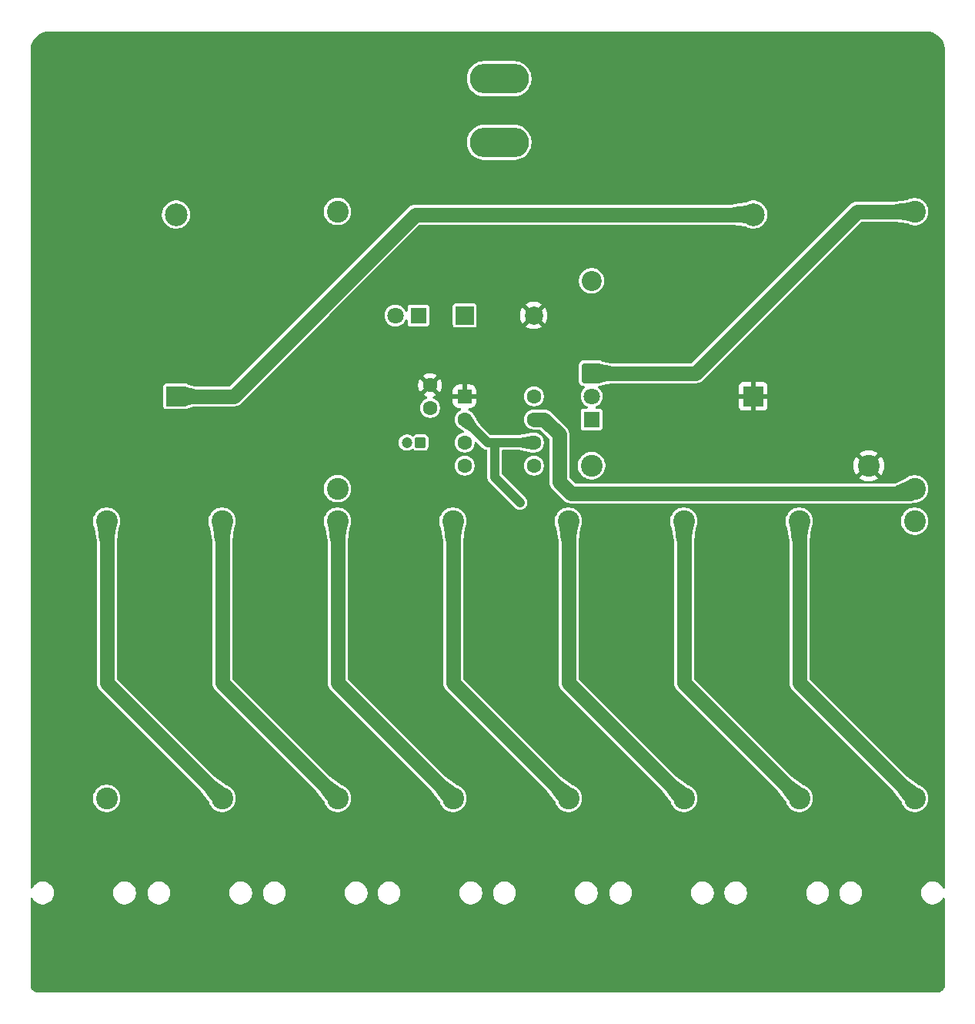
<source format=gbr>
%TF.GenerationSoftware,KiCad,Pcbnew,9.0.6*%
%TF.CreationDate,2025-12-13T22:30:01+01:00*%
%TF.ProjectId,piano,7069616e-6f2e-46b6-9963-61645f706362,rev?*%
%TF.SameCoordinates,Original*%
%TF.FileFunction,Copper,L2,Bot*%
%TF.FilePolarity,Positive*%
%FSLAX46Y46*%
G04 Gerber Fmt 4.6, Leading zero omitted, Abs format (unit mm)*
G04 Created by KiCad (PCBNEW 9.0.6) date 2025-12-13 22:30:01*
%MOMM*%
%LPD*%
G01*
G04 APERTURE LIST*
G04 Aperture macros list*
%AMRoundRect*
0 Rectangle with rounded corners*
0 $1 Rounding radius*
0 $2 $3 $4 $5 $6 $7 $8 $9 X,Y pos of 4 corners*
0 Add a 4 corners polygon primitive as box body*
4,1,4,$2,$3,$4,$5,$6,$7,$8,$9,$2,$3,0*
0 Add four circle primitives for the rounded corners*
1,1,$1+$1,$2,$3*
1,1,$1+$1,$4,$5*
1,1,$1+$1,$6,$7*
1,1,$1+$1,$8,$9*
0 Add four rect primitives between the rounded corners*
20,1,$1+$1,$2,$3,$4,$5,0*
20,1,$1+$1,$4,$5,$6,$7,0*
20,1,$1+$1,$6,$7,$8,$9,0*
20,1,$1+$1,$8,$9,$2,$3,0*%
G04 Aperture macros list end*
%TA.AperFunction,ComponentPad*%
%ADD10R,1.800000X1.800000*%
%TD*%
%TA.AperFunction,ComponentPad*%
%ADD11C,1.800000*%
%TD*%
%TA.AperFunction,ComponentPad*%
%ADD12R,2.000000X2.000000*%
%TD*%
%TA.AperFunction,ComponentPad*%
%ADD13C,2.000000*%
%TD*%
%TA.AperFunction,ComponentPad*%
%ADD14C,2.400000*%
%TD*%
%TA.AperFunction,ComponentPad*%
%ADD15RoundRect,0.250000X0.350000X0.350000X-0.350000X0.350000X-0.350000X-0.350000X0.350000X-0.350000X0*%
%TD*%
%TA.AperFunction,ComponentPad*%
%ADD16C,1.200000*%
%TD*%
%TA.AperFunction,ComponentPad*%
%ADD17O,6.520000X3.260000*%
%TD*%
%TA.AperFunction,ComponentPad*%
%ADD18R,2.170000X2.170000*%
%TD*%
%TA.AperFunction,ComponentPad*%
%ADD19C,2.500000*%
%TD*%
%TA.AperFunction,ComponentPad*%
%ADD20C,1.600000*%
%TD*%
%TA.AperFunction,ComponentPad*%
%ADD21RoundRect,0.249999X0.850001X-0.850001X0.850001X0.850001X-0.850001X0.850001X-0.850001X-0.850001X0*%
%TD*%
%TA.AperFunction,ComponentPad*%
%ADD22C,2.200000*%
%TD*%
%TA.AperFunction,ComponentPad*%
%ADD23RoundRect,0.250000X-0.550000X-0.550000X0.550000X-0.550000X0.550000X0.550000X-0.550000X0.550000X0*%
%TD*%
%TA.AperFunction,ViaPad*%
%ADD24C,0.500000*%
%TD*%
%TA.AperFunction,ViaPad*%
%ADD25C,0.600000*%
%TD*%
%TA.AperFunction,Conductor*%
%ADD26C,1.600000*%
%TD*%
%TA.AperFunction,Conductor*%
%ADD27C,1.000000*%
%TD*%
G04 APERTURE END LIST*
D10*
%TO.P,D1,1,K*%
%TO.N,Net-(D1-K)*%
X163830000Y-92710000D03*
D11*
%TO.P,D1,2,A*%
%TO.N,Net-(D1-A)*%
X163830000Y-90170000D03*
%TD*%
D12*
%TO.P,BZ1,1,+*%
%TO.N,Net-(BZ1-+)*%
X149870000Y-81280000D03*
D13*
%TO.P,BZ1,2,-*%
%TO.N,GND*%
X157470000Y-81280000D03*
%TD*%
D14*
%TO.P,R11,1*%
%TO.N,Net-(D3-A)*%
X135890000Y-69845000D03*
%TO.P,R11,2*%
%TO.N,Net-(C1-Pad2)*%
X135890000Y-100325000D03*
%TD*%
D15*
%TO.P,C1,1*%
%TO.N,Net-(U1-OUT)*%
X145010000Y-95250000D03*
D16*
%TO.P,C1,2*%
%TO.N,Net-(C1-Pad2)*%
X143510000Y-95250000D03*
%TD*%
D17*
%TO.P,S1,1*%
%TO.N,Net-(BAT1-PadPos)*%
X153670000Y-55230000D03*
%TO.P,S1,2*%
%TO.N,Net-(D2-A)*%
X153670000Y-62230000D03*
%TD*%
D18*
%TO.P,BAT2,Neg*%
%TO.N,GND*%
X181610000Y-90170000D03*
D19*
%TO.P,BAT2,Pos*%
%TO.N,Net-(BAT1-PadNeg)*%
X181610000Y-70170000D03*
%TD*%
D10*
%TO.P,D3,1,K*%
%TO.N,Net-(BZ1-+)*%
X144780000Y-81280000D03*
D11*
%TO.P,D3,2,A*%
%TO.N,Net-(D3-A)*%
X142240000Y-81280000D03*
%TD*%
D14*
%TO.P,R9,1*%
%TO.N,GND*%
X194315000Y-97790000D03*
%TO.P,R9,2*%
%TO.N,Net-(D1-K)*%
X163835000Y-97790000D03*
%TD*%
%TO.P,R7,1*%
%TO.N,Net-(R6-Pad2)*%
X186690000Y-134371000D03*
%TO.P,R7,2*%
%TO.N,Net-(R10-Pad1)*%
X186690000Y-103891000D03*
%TD*%
D20*
%TO.P,C2,1*%
%TO.N,Net-(U1-THRES)*%
X146050000Y-91440000D03*
%TO.P,C2,2*%
%TO.N,GND*%
X146050000Y-88940000D03*
%TD*%
D18*
%TO.P,BAT1,Neg*%
%TO.N,Net-(BAT1-PadNeg)*%
X118110000Y-90170000D03*
D19*
%TO.P,BAT1,Pos*%
%TO.N,Net-(BAT1-PadPos)*%
X118110000Y-70170000D03*
%TD*%
D14*
%TO.P,R10,1*%
%TO.N,Net-(R10-Pad1)*%
X199390000Y-134371000D03*
%TO.P,R10,2*%
%TO.N,Net-(U1-DISCH)*%
X199390000Y-103891000D03*
%TD*%
%TO.P,R2,1*%
%TO.N,Net-(R1-Pad2)*%
X123190000Y-134371000D03*
%TO.P,R2,2*%
%TO.N,Net-(R2-Pad2)*%
X123190000Y-103891000D03*
%TD*%
%TO.P,R8,1*%
%TO.N,Net-(U1-DISCH)*%
X199390000Y-100335000D03*
%TO.P,R8,2*%
%TO.N,Net-(D1-A)*%
X199390000Y-69855000D03*
%TD*%
D21*
%TO.P,D2,1,K*%
%TO.N,Net-(D1-A)*%
X163830000Y-87630000D03*
D22*
%TO.P,D2,2,A*%
%TO.N,Net-(D2-A)*%
X163830000Y-77470000D03*
%TD*%
D14*
%TO.P,R6,1*%
%TO.N,Net-(R5-Pad2)*%
X173990000Y-134371000D03*
%TO.P,R6,2*%
%TO.N,Net-(R6-Pad2)*%
X173990000Y-103891000D03*
%TD*%
%TO.P,R5,1*%
%TO.N,Net-(R4-Pad2)*%
X161290000Y-134371000D03*
%TO.P,R5,2*%
%TO.N,Net-(R5-Pad2)*%
X161290000Y-103891000D03*
%TD*%
%TO.P,R1,1*%
%TO.N,Net-(R1-Pad1)*%
X110490000Y-134371000D03*
%TO.P,R1,2*%
%TO.N,Net-(R1-Pad2)*%
X110490000Y-103891000D03*
%TD*%
%TO.P,R3,1*%
%TO.N,Net-(R2-Pad2)*%
X135890000Y-134371000D03*
%TO.P,R3,2*%
%TO.N,Net-(R3-Pad2)*%
X135890000Y-103891000D03*
%TD*%
%TO.P,R4,1*%
%TO.N,Net-(R3-Pad2)*%
X148590000Y-134371000D03*
%TO.P,R4,2*%
%TO.N,Net-(R4-Pad2)*%
X148590000Y-103891000D03*
%TD*%
D23*
%TO.P,U1,1,GND*%
%TO.N,GND*%
X149860000Y-90170000D03*
D20*
%TO.P,U1,2,TRIG*%
%TO.N,Net-(U1-THRES)*%
X149860000Y-92710000D03*
%TO.P,U1,3,OUT*%
%TO.N,Net-(U1-OUT)*%
X149860000Y-95250000D03*
%TO.P,U1,4,RESET*%
%TO.N,Net-(D1-A)*%
X149860000Y-97790000D03*
%TO.P,U1,5,CONT*%
%TO.N,unconnected-(U1-CONT-Pad5)*%
X157480000Y-97790000D03*
%TO.P,U1,6,THRES*%
%TO.N,Net-(U1-THRES)*%
X157480000Y-95250000D03*
%TO.P,U1,7,DISCH*%
%TO.N,Net-(U1-DISCH)*%
X157480000Y-92710000D03*
%TO.P,U1,8,VCC*%
%TO.N,Net-(D1-A)*%
X157480000Y-90170000D03*
%TD*%
D24*
%TO.N,GND*%
X194310000Y-93980000D03*
X181610000Y-93345000D03*
X160655000Y-81280000D03*
D25*
X149860000Y-86995000D03*
X146050000Y-85725000D03*
%TO.N,Net-(U1-THRES)*%
X155956000Y-101854000D03*
%TD*%
D26*
%TO.N,Net-(BAT1-PadNeg)*%
X144460000Y-70170000D02*
X124460000Y-90170000D01*
X181610000Y-70170000D02*
X144460000Y-70170000D01*
X124460000Y-90170000D02*
X118110000Y-90170000D01*
D27*
%TO.N,Net-(U1-THRES)*%
X153162000Y-95250000D02*
X152400000Y-95250000D01*
X153162000Y-99060000D02*
X153162000Y-95250000D01*
X155956000Y-101854000D02*
X153162000Y-99060000D01*
X152400000Y-95250000D02*
X149860000Y-92710000D01*
X157480000Y-95250000D02*
X153162000Y-95250000D01*
D26*
%TO.N,Net-(D1-A)*%
X193035000Y-69855000D02*
X199390000Y-69855000D01*
X163830000Y-87630000D02*
X175260000Y-87630000D01*
X175260000Y-87630000D02*
X193035000Y-69855000D01*
%TO.N,Net-(R1-Pad2)*%
X110490000Y-121671000D02*
X123190000Y-134371000D01*
X110490000Y-103891000D02*
X110490000Y-121671000D01*
%TO.N,Net-(R2-Pad2)*%
X123190000Y-121671000D02*
X135890000Y-134371000D01*
X123190000Y-103891000D02*
X123190000Y-121671000D01*
%TO.N,Net-(R3-Pad2)*%
X135890000Y-103891000D02*
X135890000Y-121671000D01*
X135890000Y-121671000D02*
X148590000Y-134371000D01*
%TO.N,Net-(R4-Pad2)*%
X148590000Y-103891000D02*
X148590000Y-121671000D01*
X148590000Y-121671000D02*
X161290000Y-134371000D01*
%TO.N,Net-(R5-Pad2)*%
X161290000Y-121671000D02*
X173990000Y-134371000D01*
X161290000Y-103891000D02*
X161290000Y-121671000D01*
%TO.N,Net-(R6-Pad2)*%
X173990000Y-121671000D02*
X186690000Y-134371000D01*
X173990000Y-103891000D02*
X173990000Y-121671000D01*
%TO.N,Net-(R10-Pad1)*%
X186690000Y-121671000D02*
X199390000Y-134371000D01*
X186690000Y-103891000D02*
X186690000Y-121671000D01*
%TO.N,Net-(U1-DISCH)*%
X158611370Y-92710000D02*
X160274000Y-94372630D01*
X160274000Y-99568000D02*
X161544000Y-100838000D01*
X161544000Y-100838000D02*
X198887000Y-100838000D01*
X198887000Y-100838000D02*
X199390000Y-100335000D01*
X160274000Y-94372630D02*
X160274000Y-99568000D01*
X157480000Y-92710000D02*
X158611370Y-92710000D01*
%TD*%
%TA.AperFunction,Conductor*%
%TO.N,Net-(R3-Pad2)*%
G36*
X147615453Y-132263212D02*
G01*
X148833474Y-133201601D01*
X148837936Y-133209363D01*
X148837776Y-133213309D01*
X148592289Y-134364287D01*
X148587211Y-134371663D01*
X148583287Y-134373289D01*
X147432309Y-134618776D01*
X147423503Y-134617150D01*
X147420602Y-134614476D01*
X146482212Y-133396453D01*
X146479878Y-133387808D01*
X146483207Y-133381041D01*
X147600041Y-132264207D01*
X147608313Y-132260781D01*
X147615453Y-132263212D01*
G37*
%TD.AperFunction*%
%TD*%
%TA.AperFunction,Conductor*%
%TO.N,Net-(R5-Pad2)*%
G36*
X173015453Y-132263212D02*
G01*
X174233474Y-133201601D01*
X174237936Y-133209363D01*
X174237776Y-133213309D01*
X173992289Y-134364287D01*
X173987211Y-134371663D01*
X173983287Y-134373289D01*
X172832309Y-134618776D01*
X172823503Y-134617150D01*
X172820602Y-134614476D01*
X171882212Y-133396453D01*
X171879878Y-133387808D01*
X171883207Y-133381041D01*
X173000041Y-132264207D01*
X173008313Y-132260781D01*
X173015453Y-132263212D01*
G37*
%TD.AperFunction*%
%TD*%
%TA.AperFunction,Conductor*%
%TO.N,Net-(R4-Pad2)*%
G36*
X160315453Y-132263212D02*
G01*
X161533474Y-133201601D01*
X161537936Y-133209363D01*
X161537776Y-133213309D01*
X161292289Y-134364287D01*
X161287211Y-134371663D01*
X161283287Y-134373289D01*
X160132309Y-134618776D01*
X160123503Y-134617150D01*
X160120602Y-134614476D01*
X159182212Y-133396453D01*
X159179878Y-133387808D01*
X159183207Y-133381041D01*
X160300041Y-132264207D01*
X160308313Y-132260781D01*
X160315453Y-132263212D01*
G37*
%TD.AperFunction*%
%TD*%
%TA.AperFunction,Conductor*%
%TO.N,Net-(R10-Pad1)*%
G36*
X186696365Y-103894127D02*
G01*
X187683813Y-104534404D01*
X187688891Y-104541780D01*
X187689051Y-104545726D01*
X187491322Y-106070539D01*
X187486860Y-106078302D01*
X187479719Y-106080734D01*
X185900281Y-106080734D01*
X185892008Y-106077307D01*
X185888678Y-106070539D01*
X185690948Y-104545726D01*
X185693283Y-104537080D01*
X185696182Y-104534407D01*
X186683635Y-103894126D01*
X186692441Y-103892501D01*
X186696365Y-103894127D01*
G37*
%TD.AperFunction*%
%TD*%
%TA.AperFunction,Conductor*%
%TO.N,Net-(R10-Pad1)*%
G36*
X198415453Y-132263212D02*
G01*
X199633474Y-133201601D01*
X199637936Y-133209363D01*
X199637776Y-133213309D01*
X199392289Y-134364287D01*
X199387211Y-134371663D01*
X199383287Y-134373289D01*
X198232309Y-134618776D01*
X198223503Y-134617150D01*
X198220602Y-134614476D01*
X197282212Y-133396453D01*
X197279878Y-133387808D01*
X197283207Y-133381041D01*
X198400041Y-132264207D01*
X198408313Y-132260781D01*
X198415453Y-132263212D01*
G37*
%TD.AperFunction*%
%TD*%
%TA.AperFunction,Conductor*%
%TO.N,Net-(R2-Pad2)*%
G36*
X134915453Y-132263212D02*
G01*
X136133474Y-133201601D01*
X136137936Y-133209363D01*
X136137776Y-133213309D01*
X135892289Y-134364287D01*
X135887211Y-134371663D01*
X135883287Y-134373289D01*
X134732309Y-134618776D01*
X134723503Y-134617150D01*
X134720602Y-134614476D01*
X133782212Y-133396453D01*
X133779878Y-133387808D01*
X133783207Y-133381041D01*
X134900041Y-132264207D01*
X134908313Y-132260781D01*
X134915453Y-132263212D01*
G37*
%TD.AperFunction*%
%TD*%
%TA.AperFunction,Conductor*%
%TO.N,Net-(R2-Pad2)*%
G36*
X123196365Y-103894127D02*
G01*
X124183813Y-104534404D01*
X124188891Y-104541780D01*
X124189051Y-104545726D01*
X123991322Y-106070539D01*
X123986860Y-106078302D01*
X123979719Y-106080734D01*
X122400281Y-106080734D01*
X122392008Y-106077307D01*
X122388678Y-106070539D01*
X122190948Y-104545726D01*
X122193283Y-104537080D01*
X122196182Y-104534407D01*
X123183635Y-103894126D01*
X123192441Y-103892501D01*
X123196365Y-103894127D01*
G37*
%TD.AperFunction*%
%TD*%
%TA.AperFunction,Conductor*%
%TO.N,Net-(R1-Pad2)*%
G36*
X122215453Y-132263212D02*
G01*
X123433474Y-133201601D01*
X123437936Y-133209363D01*
X123437776Y-133213309D01*
X123192289Y-134364287D01*
X123187211Y-134371663D01*
X123183287Y-134373289D01*
X122032309Y-134618776D01*
X122023503Y-134617150D01*
X122020602Y-134614476D01*
X121082212Y-133396453D01*
X121079878Y-133387808D01*
X121083207Y-133381041D01*
X122200041Y-132264207D01*
X122208313Y-132260781D01*
X122215453Y-132263212D01*
G37*
%TD.AperFunction*%
%TD*%
%TA.AperFunction,Conductor*%
%TO.N,Net-(D1-A)*%
G36*
X164880572Y-86631118D02*
G01*
X165920479Y-86828195D01*
X165927968Y-86833102D01*
X165929999Y-86839690D01*
X165929999Y-88420309D01*
X165926572Y-88428582D01*
X165920478Y-88431804D01*
X164880584Y-88628879D01*
X164871817Y-88627053D01*
X164870319Y-88625840D01*
X163837842Y-87638456D01*
X163834231Y-87630261D01*
X163837472Y-87621914D01*
X163837842Y-87621544D01*
X164870320Y-86634158D01*
X164878666Y-86630918D01*
X164880572Y-86631118D01*
G37*
%TD.AperFunction*%
%TD*%
%TA.AperFunction,Conductor*%
%TO.N,GND*%
G36*
X200664042Y-50030765D02*
G01*
X200686774Y-50032254D01*
X200918114Y-50047417D01*
X200934172Y-50049532D01*
X201179888Y-50098408D01*
X201195554Y-50102606D01*
X201346736Y-50153925D01*
X201432788Y-50183136D01*
X201447765Y-50189339D01*
X201665336Y-50296633D01*
X201672460Y-50300146D01*
X201686508Y-50308256D01*
X201894815Y-50447443D01*
X201907679Y-50457314D01*
X202096033Y-50622497D01*
X202107502Y-50633966D01*
X202272685Y-50822320D01*
X202282559Y-50835188D01*
X202421743Y-51043492D01*
X202429853Y-51057539D01*
X202540657Y-51282227D01*
X202546864Y-51297213D01*
X202627393Y-51534445D01*
X202631591Y-51550111D01*
X202680465Y-51795813D01*
X202682583Y-51811895D01*
X202699235Y-52065956D01*
X202699500Y-52074066D01*
X202699500Y-144157581D01*
X202679815Y-144224620D01*
X202627011Y-144270375D01*
X202557853Y-144280319D01*
X202494297Y-144251294D01*
X202465015Y-144213876D01*
X202419523Y-144124594D01*
X202303828Y-143965354D01*
X202164646Y-143826172D01*
X202005405Y-143710476D01*
X201830029Y-143621117D01*
X201642826Y-143560290D01*
X201448422Y-143529500D01*
X201448417Y-143529500D01*
X201251583Y-143529500D01*
X201251578Y-143529500D01*
X201057173Y-143560290D01*
X200869970Y-143621117D01*
X200694594Y-143710476D01*
X200603741Y-143776485D01*
X200535354Y-143826172D01*
X200535352Y-143826174D01*
X200535351Y-143826174D01*
X200396174Y-143965351D01*
X200396174Y-143965352D01*
X200396172Y-143965354D01*
X200346485Y-144033741D01*
X200280476Y-144124594D01*
X200191117Y-144299970D01*
X200130290Y-144487173D01*
X200099500Y-144681577D01*
X200099500Y-144878422D01*
X200130290Y-145072826D01*
X200191117Y-145260029D01*
X200239907Y-145355784D01*
X200280476Y-145435405D01*
X200396172Y-145594646D01*
X200535354Y-145733828D01*
X200694595Y-145849524D01*
X200777455Y-145891743D01*
X200869970Y-145938882D01*
X200869972Y-145938882D01*
X200869975Y-145938884D01*
X200970317Y-145971487D01*
X201057173Y-145999709D01*
X201251578Y-146030500D01*
X201251583Y-146030500D01*
X201448422Y-146030500D01*
X201642826Y-145999709D01*
X201830025Y-145938884D01*
X202005405Y-145849524D01*
X202164646Y-145733828D01*
X202303828Y-145594646D01*
X202419524Y-145435405D01*
X202465015Y-145346122D01*
X202512989Y-145295327D01*
X202580810Y-145278532D01*
X202646945Y-145301069D01*
X202690397Y-145355784D01*
X202699500Y-145402418D01*
X202699500Y-154933907D01*
X202698903Y-154946061D01*
X202698903Y-154946062D01*
X202685911Y-155077967D01*
X202681169Y-155101807D01*
X202644469Y-155222790D01*
X202635166Y-155245248D01*
X202575573Y-155356738D01*
X202562069Y-155376949D01*
X202481867Y-155474677D01*
X202464677Y-155491867D01*
X202366949Y-155572069D01*
X202346738Y-155585573D01*
X202235248Y-155645166D01*
X202212790Y-155654469D01*
X202091807Y-155691169D01*
X202067967Y-155695911D01*
X201970698Y-155705491D01*
X201936060Y-155708903D01*
X201923907Y-155709500D01*
X102876093Y-155709500D01*
X102863939Y-155708903D01*
X102732033Y-155695911D01*
X102708192Y-155691169D01*
X102587209Y-155654469D01*
X102564751Y-155645166D01*
X102453261Y-155585573D01*
X102433050Y-155572069D01*
X102335322Y-155491867D01*
X102318132Y-155474677D01*
X102237930Y-155376949D01*
X102224426Y-155356738D01*
X102164833Y-155245248D01*
X102155530Y-155222790D01*
X102118828Y-155101801D01*
X102114089Y-155077973D01*
X102101097Y-154946061D01*
X102100500Y-154933907D01*
X102100500Y-145402418D01*
X102120185Y-145335379D01*
X102172989Y-145289624D01*
X102242147Y-145279680D01*
X102305703Y-145308705D01*
X102334984Y-145346122D01*
X102380476Y-145435405D01*
X102496172Y-145594646D01*
X102635354Y-145733828D01*
X102794595Y-145849524D01*
X102877455Y-145891743D01*
X102969970Y-145938882D01*
X102969972Y-145938882D01*
X102969975Y-145938884D01*
X103070317Y-145971487D01*
X103157173Y-145999709D01*
X103351578Y-146030500D01*
X103351583Y-146030500D01*
X103548422Y-146030500D01*
X103742826Y-145999709D01*
X103930025Y-145938884D01*
X104105405Y-145849524D01*
X104264646Y-145733828D01*
X104403828Y-145594646D01*
X104519524Y-145435405D01*
X104608884Y-145260025D01*
X104669709Y-145072826D01*
X104700500Y-144878422D01*
X104700500Y-144681577D01*
X111199500Y-144681577D01*
X111199500Y-144878422D01*
X111230290Y-145072826D01*
X111291117Y-145260029D01*
X111339907Y-145355784D01*
X111380476Y-145435405D01*
X111496172Y-145594646D01*
X111635354Y-145733828D01*
X111794595Y-145849524D01*
X111877455Y-145891743D01*
X111969970Y-145938882D01*
X111969972Y-145938882D01*
X111969975Y-145938884D01*
X112070317Y-145971487D01*
X112157173Y-145999709D01*
X112351578Y-146030500D01*
X112351583Y-146030500D01*
X112548422Y-146030500D01*
X112742826Y-145999709D01*
X112930025Y-145938884D01*
X113105405Y-145849524D01*
X113264646Y-145733828D01*
X113403828Y-145594646D01*
X113519524Y-145435405D01*
X113608884Y-145260025D01*
X113669709Y-145072826D01*
X113700500Y-144878422D01*
X113700500Y-144681577D01*
X114979500Y-144681577D01*
X114979500Y-144878422D01*
X115010290Y-145072826D01*
X115071117Y-145260029D01*
X115119907Y-145355784D01*
X115160476Y-145435405D01*
X115276172Y-145594646D01*
X115415354Y-145733828D01*
X115574595Y-145849524D01*
X115657455Y-145891743D01*
X115749970Y-145938882D01*
X115749972Y-145938882D01*
X115749975Y-145938884D01*
X115850317Y-145971487D01*
X115937173Y-145999709D01*
X116131578Y-146030500D01*
X116131583Y-146030500D01*
X116328422Y-146030500D01*
X116522826Y-145999709D01*
X116710025Y-145938884D01*
X116885405Y-145849524D01*
X117044646Y-145733828D01*
X117183828Y-145594646D01*
X117299524Y-145435405D01*
X117388884Y-145260025D01*
X117449709Y-145072826D01*
X117480500Y-144878422D01*
X117480500Y-144681577D01*
X123979500Y-144681577D01*
X123979500Y-144878422D01*
X124010290Y-145072826D01*
X124071117Y-145260029D01*
X124119907Y-145355784D01*
X124160476Y-145435405D01*
X124276172Y-145594646D01*
X124415354Y-145733828D01*
X124574595Y-145849524D01*
X124657455Y-145891743D01*
X124749970Y-145938882D01*
X124749972Y-145938882D01*
X124749975Y-145938884D01*
X124850317Y-145971487D01*
X124937173Y-145999709D01*
X125131578Y-146030500D01*
X125131583Y-146030500D01*
X125328422Y-146030500D01*
X125522826Y-145999709D01*
X125710025Y-145938884D01*
X125885405Y-145849524D01*
X126044646Y-145733828D01*
X126183828Y-145594646D01*
X126299524Y-145435405D01*
X126388884Y-145260025D01*
X126449709Y-145072826D01*
X126480500Y-144878422D01*
X126480500Y-144681577D01*
X127679500Y-144681577D01*
X127679500Y-144878422D01*
X127710290Y-145072826D01*
X127771117Y-145260029D01*
X127819907Y-145355784D01*
X127860476Y-145435405D01*
X127976172Y-145594646D01*
X128115354Y-145733828D01*
X128274595Y-145849524D01*
X128357455Y-145891743D01*
X128449970Y-145938882D01*
X128449972Y-145938882D01*
X128449975Y-145938884D01*
X128550317Y-145971487D01*
X128637173Y-145999709D01*
X128831578Y-146030500D01*
X128831583Y-146030500D01*
X129028422Y-146030500D01*
X129222826Y-145999709D01*
X129410025Y-145938884D01*
X129585405Y-145849524D01*
X129744646Y-145733828D01*
X129883828Y-145594646D01*
X129999524Y-145435405D01*
X130088884Y-145260025D01*
X130149709Y-145072826D01*
X130180500Y-144878422D01*
X130180500Y-144681577D01*
X136679500Y-144681577D01*
X136679500Y-144878422D01*
X136710290Y-145072826D01*
X136771117Y-145260029D01*
X136819907Y-145355784D01*
X136860476Y-145435405D01*
X136976172Y-145594646D01*
X137115354Y-145733828D01*
X137274595Y-145849524D01*
X137357455Y-145891743D01*
X137449970Y-145938882D01*
X137449972Y-145938882D01*
X137449975Y-145938884D01*
X137550317Y-145971487D01*
X137637173Y-145999709D01*
X137831578Y-146030500D01*
X137831583Y-146030500D01*
X138028422Y-146030500D01*
X138222826Y-145999709D01*
X138410025Y-145938884D01*
X138585405Y-145849524D01*
X138744646Y-145733828D01*
X138883828Y-145594646D01*
X138999524Y-145435405D01*
X139088884Y-145260025D01*
X139149709Y-145072826D01*
X139180500Y-144878422D01*
X139180500Y-144681577D01*
X140299500Y-144681577D01*
X140299500Y-144878422D01*
X140330290Y-145072826D01*
X140391117Y-145260029D01*
X140439907Y-145355784D01*
X140480476Y-145435405D01*
X140596172Y-145594646D01*
X140735354Y-145733828D01*
X140894595Y-145849524D01*
X140977455Y-145891743D01*
X141069970Y-145938882D01*
X141069972Y-145938882D01*
X141069975Y-145938884D01*
X141170317Y-145971487D01*
X141257173Y-145999709D01*
X141451578Y-146030500D01*
X141451583Y-146030500D01*
X141648422Y-146030500D01*
X141842826Y-145999709D01*
X142030025Y-145938884D01*
X142205405Y-145849524D01*
X142364646Y-145733828D01*
X142503828Y-145594646D01*
X142619524Y-145435405D01*
X142708884Y-145260025D01*
X142769709Y-145072826D01*
X142800500Y-144878422D01*
X142800500Y-144681577D01*
X149299500Y-144681577D01*
X149299500Y-144878422D01*
X149330290Y-145072826D01*
X149391117Y-145260029D01*
X149439907Y-145355784D01*
X149480476Y-145435405D01*
X149596172Y-145594646D01*
X149735354Y-145733828D01*
X149894595Y-145849524D01*
X149977455Y-145891743D01*
X150069970Y-145938882D01*
X150069972Y-145938882D01*
X150069975Y-145938884D01*
X150170317Y-145971487D01*
X150257173Y-145999709D01*
X150451578Y-146030500D01*
X150451583Y-146030500D01*
X150648422Y-146030500D01*
X150842826Y-145999709D01*
X151030025Y-145938884D01*
X151205405Y-145849524D01*
X151364646Y-145733828D01*
X151503828Y-145594646D01*
X151619524Y-145435405D01*
X151708884Y-145260025D01*
X151769709Y-145072826D01*
X151800500Y-144878422D01*
X151800500Y-144681577D01*
X152999500Y-144681577D01*
X152999500Y-144878422D01*
X153030290Y-145072826D01*
X153091117Y-145260029D01*
X153139907Y-145355784D01*
X153180476Y-145435405D01*
X153296172Y-145594646D01*
X153435354Y-145733828D01*
X153594595Y-145849524D01*
X153677455Y-145891743D01*
X153769970Y-145938882D01*
X153769972Y-145938882D01*
X153769975Y-145938884D01*
X153870317Y-145971487D01*
X153957173Y-145999709D01*
X154151578Y-146030500D01*
X154151583Y-146030500D01*
X154348422Y-146030500D01*
X154542826Y-145999709D01*
X154730025Y-145938884D01*
X154905405Y-145849524D01*
X155064646Y-145733828D01*
X155203828Y-145594646D01*
X155319524Y-145435405D01*
X155408884Y-145260025D01*
X155469709Y-145072826D01*
X155500500Y-144878422D01*
X155500500Y-144681577D01*
X161999500Y-144681577D01*
X161999500Y-144878422D01*
X162030290Y-145072826D01*
X162091117Y-145260029D01*
X162139907Y-145355784D01*
X162180476Y-145435405D01*
X162296172Y-145594646D01*
X162435354Y-145733828D01*
X162594595Y-145849524D01*
X162677455Y-145891743D01*
X162769970Y-145938882D01*
X162769972Y-145938882D01*
X162769975Y-145938884D01*
X162870317Y-145971487D01*
X162957173Y-145999709D01*
X163151578Y-146030500D01*
X163151583Y-146030500D01*
X163348422Y-146030500D01*
X163542826Y-145999709D01*
X163730025Y-145938884D01*
X163905405Y-145849524D01*
X164064646Y-145733828D01*
X164203828Y-145594646D01*
X164319524Y-145435405D01*
X164408884Y-145260025D01*
X164469709Y-145072826D01*
X164500500Y-144878422D01*
X164500500Y-144681577D01*
X165779500Y-144681577D01*
X165779500Y-144878422D01*
X165810290Y-145072826D01*
X165871117Y-145260029D01*
X165919907Y-145355784D01*
X165960476Y-145435405D01*
X166076172Y-145594646D01*
X166215354Y-145733828D01*
X166374595Y-145849524D01*
X166457455Y-145891743D01*
X166549970Y-145938882D01*
X166549972Y-145938882D01*
X166549975Y-145938884D01*
X166650317Y-145971487D01*
X166737173Y-145999709D01*
X166931578Y-146030500D01*
X166931583Y-146030500D01*
X167128422Y-146030500D01*
X167322826Y-145999709D01*
X167510025Y-145938884D01*
X167685405Y-145849524D01*
X167844646Y-145733828D01*
X167983828Y-145594646D01*
X168099524Y-145435405D01*
X168188884Y-145260025D01*
X168249709Y-145072826D01*
X168280500Y-144878422D01*
X168280500Y-144681577D01*
X174779500Y-144681577D01*
X174779500Y-144878422D01*
X174810290Y-145072826D01*
X174871117Y-145260029D01*
X174919907Y-145355784D01*
X174960476Y-145435405D01*
X175076172Y-145594646D01*
X175215354Y-145733828D01*
X175374595Y-145849524D01*
X175457455Y-145891743D01*
X175549970Y-145938882D01*
X175549972Y-145938882D01*
X175549975Y-145938884D01*
X175650317Y-145971487D01*
X175737173Y-145999709D01*
X175931578Y-146030500D01*
X175931583Y-146030500D01*
X176128422Y-146030500D01*
X176322826Y-145999709D01*
X176510025Y-145938884D01*
X176685405Y-145849524D01*
X176844646Y-145733828D01*
X176983828Y-145594646D01*
X177099524Y-145435405D01*
X177188884Y-145260025D01*
X177249709Y-145072826D01*
X177280500Y-144878422D01*
X177280500Y-144681577D01*
X178439500Y-144681577D01*
X178439500Y-144878422D01*
X178470290Y-145072826D01*
X178531117Y-145260029D01*
X178579907Y-145355784D01*
X178620476Y-145435405D01*
X178736172Y-145594646D01*
X178875354Y-145733828D01*
X179034595Y-145849524D01*
X179117455Y-145891743D01*
X179209970Y-145938882D01*
X179209972Y-145938882D01*
X179209975Y-145938884D01*
X179310317Y-145971487D01*
X179397173Y-145999709D01*
X179591578Y-146030500D01*
X179591583Y-146030500D01*
X179788422Y-146030500D01*
X179982826Y-145999709D01*
X180170025Y-145938884D01*
X180345405Y-145849524D01*
X180504646Y-145733828D01*
X180643828Y-145594646D01*
X180759524Y-145435405D01*
X180848884Y-145260025D01*
X180909709Y-145072826D01*
X180940500Y-144878422D01*
X180940500Y-144681577D01*
X187439500Y-144681577D01*
X187439500Y-144878422D01*
X187470290Y-145072826D01*
X187531117Y-145260029D01*
X187579907Y-145355784D01*
X187620476Y-145435405D01*
X187736172Y-145594646D01*
X187875354Y-145733828D01*
X188034595Y-145849524D01*
X188117455Y-145891743D01*
X188209970Y-145938882D01*
X188209972Y-145938882D01*
X188209975Y-145938884D01*
X188310317Y-145971487D01*
X188397173Y-145999709D01*
X188591578Y-146030500D01*
X188591583Y-146030500D01*
X188788422Y-146030500D01*
X188982826Y-145999709D01*
X189170025Y-145938884D01*
X189345405Y-145849524D01*
X189504646Y-145733828D01*
X189643828Y-145594646D01*
X189759524Y-145435405D01*
X189848884Y-145260025D01*
X189909709Y-145072826D01*
X189940500Y-144878422D01*
X189940500Y-144681577D01*
X191099500Y-144681577D01*
X191099500Y-144878422D01*
X191130290Y-145072826D01*
X191191117Y-145260029D01*
X191239907Y-145355784D01*
X191280476Y-145435405D01*
X191396172Y-145594646D01*
X191535354Y-145733828D01*
X191694595Y-145849524D01*
X191777455Y-145891743D01*
X191869970Y-145938882D01*
X191869972Y-145938882D01*
X191869975Y-145938884D01*
X191970317Y-145971487D01*
X192057173Y-145999709D01*
X192251578Y-146030500D01*
X192251583Y-146030500D01*
X192448422Y-146030500D01*
X192642826Y-145999709D01*
X192830025Y-145938884D01*
X193005405Y-145849524D01*
X193164646Y-145733828D01*
X193303828Y-145594646D01*
X193419524Y-145435405D01*
X193508884Y-145260025D01*
X193569709Y-145072826D01*
X193600500Y-144878422D01*
X193600500Y-144681577D01*
X193569709Y-144487173D01*
X193508882Y-144299970D01*
X193419523Y-144124594D01*
X193303828Y-143965354D01*
X193164646Y-143826172D01*
X193005405Y-143710476D01*
X192830029Y-143621117D01*
X192642826Y-143560290D01*
X192448422Y-143529500D01*
X192448417Y-143529500D01*
X192251583Y-143529500D01*
X192251578Y-143529500D01*
X192057173Y-143560290D01*
X191869970Y-143621117D01*
X191694594Y-143710476D01*
X191603741Y-143776485D01*
X191535354Y-143826172D01*
X191535352Y-143826174D01*
X191535351Y-143826174D01*
X191396174Y-143965351D01*
X191396174Y-143965352D01*
X191396172Y-143965354D01*
X191346485Y-144033741D01*
X191280476Y-144124594D01*
X191191117Y-144299970D01*
X191130290Y-144487173D01*
X191099500Y-144681577D01*
X189940500Y-144681577D01*
X189909709Y-144487173D01*
X189848882Y-144299970D01*
X189759523Y-144124594D01*
X189643828Y-143965354D01*
X189504646Y-143826172D01*
X189345405Y-143710476D01*
X189170029Y-143621117D01*
X188982826Y-143560290D01*
X188788422Y-143529500D01*
X188788417Y-143529500D01*
X188591583Y-143529500D01*
X188591578Y-143529500D01*
X188397173Y-143560290D01*
X188209970Y-143621117D01*
X188034594Y-143710476D01*
X187943741Y-143776485D01*
X187875354Y-143826172D01*
X187875352Y-143826174D01*
X187875351Y-143826174D01*
X187736174Y-143965351D01*
X187736174Y-143965352D01*
X187736172Y-143965354D01*
X187686485Y-144033741D01*
X187620476Y-144124594D01*
X187531117Y-144299970D01*
X187470290Y-144487173D01*
X187439500Y-144681577D01*
X180940500Y-144681577D01*
X180909709Y-144487173D01*
X180848882Y-144299970D01*
X180759523Y-144124594D01*
X180643828Y-143965354D01*
X180504646Y-143826172D01*
X180345405Y-143710476D01*
X180170029Y-143621117D01*
X179982826Y-143560290D01*
X179788422Y-143529500D01*
X179788417Y-143529500D01*
X179591583Y-143529500D01*
X179591578Y-143529500D01*
X179397173Y-143560290D01*
X179209970Y-143621117D01*
X179034594Y-143710476D01*
X178943741Y-143776485D01*
X178875354Y-143826172D01*
X178875352Y-143826174D01*
X178875351Y-143826174D01*
X178736174Y-143965351D01*
X178736174Y-143965352D01*
X178736172Y-143965354D01*
X178686485Y-144033741D01*
X178620476Y-144124594D01*
X178531117Y-144299970D01*
X178470290Y-144487173D01*
X178439500Y-144681577D01*
X177280500Y-144681577D01*
X177249709Y-144487173D01*
X177188882Y-144299970D01*
X177099523Y-144124594D01*
X176983828Y-143965354D01*
X176844646Y-143826172D01*
X176685405Y-143710476D01*
X176510029Y-143621117D01*
X176322826Y-143560290D01*
X176128422Y-143529500D01*
X176128417Y-143529500D01*
X175931583Y-143529500D01*
X175931578Y-143529500D01*
X175737173Y-143560290D01*
X175549970Y-143621117D01*
X175374594Y-143710476D01*
X175283741Y-143776485D01*
X175215354Y-143826172D01*
X175215352Y-143826174D01*
X175215351Y-143826174D01*
X175076174Y-143965351D01*
X175076174Y-143965352D01*
X175076172Y-143965354D01*
X175026485Y-144033741D01*
X174960476Y-144124594D01*
X174871117Y-144299970D01*
X174810290Y-144487173D01*
X174779500Y-144681577D01*
X168280500Y-144681577D01*
X168249709Y-144487173D01*
X168188882Y-144299970D01*
X168099523Y-144124594D01*
X167983828Y-143965354D01*
X167844646Y-143826172D01*
X167685405Y-143710476D01*
X167510029Y-143621117D01*
X167322826Y-143560290D01*
X167128422Y-143529500D01*
X167128417Y-143529500D01*
X166931583Y-143529500D01*
X166931578Y-143529500D01*
X166737173Y-143560290D01*
X166549970Y-143621117D01*
X166374594Y-143710476D01*
X166283741Y-143776485D01*
X166215354Y-143826172D01*
X166215352Y-143826174D01*
X166215351Y-143826174D01*
X166076174Y-143965351D01*
X166076174Y-143965352D01*
X166076172Y-143965354D01*
X166026485Y-144033741D01*
X165960476Y-144124594D01*
X165871117Y-144299970D01*
X165810290Y-144487173D01*
X165779500Y-144681577D01*
X164500500Y-144681577D01*
X164469709Y-144487173D01*
X164408882Y-144299970D01*
X164319523Y-144124594D01*
X164203828Y-143965354D01*
X164064646Y-143826172D01*
X163905405Y-143710476D01*
X163730029Y-143621117D01*
X163542826Y-143560290D01*
X163348422Y-143529500D01*
X163348417Y-143529500D01*
X163151583Y-143529500D01*
X163151578Y-143529500D01*
X162957173Y-143560290D01*
X162769970Y-143621117D01*
X162594594Y-143710476D01*
X162503741Y-143776485D01*
X162435354Y-143826172D01*
X162435352Y-143826174D01*
X162435351Y-143826174D01*
X162296174Y-143965351D01*
X162296174Y-143965352D01*
X162296172Y-143965354D01*
X162246485Y-144033741D01*
X162180476Y-144124594D01*
X162091117Y-144299970D01*
X162030290Y-144487173D01*
X161999500Y-144681577D01*
X155500500Y-144681577D01*
X155469709Y-144487173D01*
X155408882Y-144299970D01*
X155319523Y-144124594D01*
X155203828Y-143965354D01*
X155064646Y-143826172D01*
X154905405Y-143710476D01*
X154730029Y-143621117D01*
X154542826Y-143560290D01*
X154348422Y-143529500D01*
X154348417Y-143529500D01*
X154151583Y-143529500D01*
X154151578Y-143529500D01*
X153957173Y-143560290D01*
X153769970Y-143621117D01*
X153594594Y-143710476D01*
X153503741Y-143776485D01*
X153435354Y-143826172D01*
X153435352Y-143826174D01*
X153435351Y-143826174D01*
X153296174Y-143965351D01*
X153296174Y-143965352D01*
X153296172Y-143965354D01*
X153246485Y-144033741D01*
X153180476Y-144124594D01*
X153091117Y-144299970D01*
X153030290Y-144487173D01*
X152999500Y-144681577D01*
X151800500Y-144681577D01*
X151769709Y-144487173D01*
X151708882Y-144299970D01*
X151619523Y-144124594D01*
X151503828Y-143965354D01*
X151364646Y-143826172D01*
X151205405Y-143710476D01*
X151030029Y-143621117D01*
X150842826Y-143560290D01*
X150648422Y-143529500D01*
X150648417Y-143529500D01*
X150451583Y-143529500D01*
X150451578Y-143529500D01*
X150257173Y-143560290D01*
X150069970Y-143621117D01*
X149894594Y-143710476D01*
X149803741Y-143776485D01*
X149735354Y-143826172D01*
X149735352Y-143826174D01*
X149735351Y-143826174D01*
X149596174Y-143965351D01*
X149596174Y-143965352D01*
X149596172Y-143965354D01*
X149546485Y-144033741D01*
X149480476Y-144124594D01*
X149391117Y-144299970D01*
X149330290Y-144487173D01*
X149299500Y-144681577D01*
X142800500Y-144681577D01*
X142769709Y-144487173D01*
X142708882Y-144299970D01*
X142619523Y-144124594D01*
X142503828Y-143965354D01*
X142364646Y-143826172D01*
X142205405Y-143710476D01*
X142030029Y-143621117D01*
X141842826Y-143560290D01*
X141648422Y-143529500D01*
X141648417Y-143529500D01*
X141451583Y-143529500D01*
X141451578Y-143529500D01*
X141257173Y-143560290D01*
X141069970Y-143621117D01*
X140894594Y-143710476D01*
X140803741Y-143776485D01*
X140735354Y-143826172D01*
X140735352Y-143826174D01*
X140735351Y-143826174D01*
X140596174Y-143965351D01*
X140596174Y-143965352D01*
X140596172Y-143965354D01*
X140546485Y-144033741D01*
X140480476Y-144124594D01*
X140391117Y-144299970D01*
X140330290Y-144487173D01*
X140299500Y-144681577D01*
X139180500Y-144681577D01*
X139149709Y-144487173D01*
X139088882Y-144299970D01*
X138999523Y-144124594D01*
X138883828Y-143965354D01*
X138744646Y-143826172D01*
X138585405Y-143710476D01*
X138410029Y-143621117D01*
X138222826Y-143560290D01*
X138028422Y-143529500D01*
X138028417Y-143529500D01*
X137831583Y-143529500D01*
X137831578Y-143529500D01*
X137637173Y-143560290D01*
X137449970Y-143621117D01*
X137274594Y-143710476D01*
X137183741Y-143776485D01*
X137115354Y-143826172D01*
X137115352Y-143826174D01*
X137115351Y-143826174D01*
X136976174Y-143965351D01*
X136976174Y-143965352D01*
X136976172Y-143965354D01*
X136926485Y-144033741D01*
X136860476Y-144124594D01*
X136771117Y-144299970D01*
X136710290Y-144487173D01*
X136679500Y-144681577D01*
X130180500Y-144681577D01*
X130149709Y-144487173D01*
X130088882Y-144299970D01*
X129999523Y-144124594D01*
X129883828Y-143965354D01*
X129744646Y-143826172D01*
X129585405Y-143710476D01*
X129410029Y-143621117D01*
X129222826Y-143560290D01*
X129028422Y-143529500D01*
X129028417Y-143529500D01*
X128831583Y-143529500D01*
X128831578Y-143529500D01*
X128637173Y-143560290D01*
X128449970Y-143621117D01*
X128274594Y-143710476D01*
X128183741Y-143776485D01*
X128115354Y-143826172D01*
X128115352Y-143826174D01*
X128115351Y-143826174D01*
X127976174Y-143965351D01*
X127976174Y-143965352D01*
X127976172Y-143965354D01*
X127926485Y-144033741D01*
X127860476Y-144124594D01*
X127771117Y-144299970D01*
X127710290Y-144487173D01*
X127679500Y-144681577D01*
X126480500Y-144681577D01*
X126449709Y-144487173D01*
X126388882Y-144299970D01*
X126299523Y-144124594D01*
X126183828Y-143965354D01*
X126044646Y-143826172D01*
X125885405Y-143710476D01*
X125710029Y-143621117D01*
X125522826Y-143560290D01*
X125328422Y-143529500D01*
X125328417Y-143529500D01*
X125131583Y-143529500D01*
X125131578Y-143529500D01*
X124937173Y-143560290D01*
X124749970Y-143621117D01*
X124574594Y-143710476D01*
X124483741Y-143776485D01*
X124415354Y-143826172D01*
X124415352Y-143826174D01*
X124415351Y-143826174D01*
X124276174Y-143965351D01*
X124276174Y-143965352D01*
X124276172Y-143965354D01*
X124226485Y-144033741D01*
X124160476Y-144124594D01*
X124071117Y-144299970D01*
X124010290Y-144487173D01*
X123979500Y-144681577D01*
X117480500Y-144681577D01*
X117449709Y-144487173D01*
X117388882Y-144299970D01*
X117299523Y-144124594D01*
X117183828Y-143965354D01*
X117044646Y-143826172D01*
X116885405Y-143710476D01*
X116710029Y-143621117D01*
X116522826Y-143560290D01*
X116328422Y-143529500D01*
X116328417Y-143529500D01*
X116131583Y-143529500D01*
X116131578Y-143529500D01*
X115937173Y-143560290D01*
X115749970Y-143621117D01*
X115574594Y-143710476D01*
X115483741Y-143776485D01*
X115415354Y-143826172D01*
X115415352Y-143826174D01*
X115415351Y-143826174D01*
X115276174Y-143965351D01*
X115276174Y-143965352D01*
X115276172Y-143965354D01*
X115226485Y-144033741D01*
X115160476Y-144124594D01*
X115071117Y-144299970D01*
X115010290Y-144487173D01*
X114979500Y-144681577D01*
X113700500Y-144681577D01*
X113669709Y-144487173D01*
X113608882Y-144299970D01*
X113519523Y-144124594D01*
X113403828Y-143965354D01*
X113264646Y-143826172D01*
X113105405Y-143710476D01*
X112930029Y-143621117D01*
X112742826Y-143560290D01*
X112548422Y-143529500D01*
X112548417Y-143529500D01*
X112351583Y-143529500D01*
X112351578Y-143529500D01*
X112157173Y-143560290D01*
X111969970Y-143621117D01*
X111794594Y-143710476D01*
X111703741Y-143776485D01*
X111635354Y-143826172D01*
X111635352Y-143826174D01*
X111635351Y-143826174D01*
X111496174Y-143965351D01*
X111496174Y-143965352D01*
X111496172Y-143965354D01*
X111446485Y-144033741D01*
X111380476Y-144124594D01*
X111291117Y-144299970D01*
X111230290Y-144487173D01*
X111199500Y-144681577D01*
X104700500Y-144681577D01*
X104669709Y-144487173D01*
X104608882Y-144299970D01*
X104519523Y-144124594D01*
X104403828Y-143965354D01*
X104264646Y-143826172D01*
X104105405Y-143710476D01*
X103930029Y-143621117D01*
X103742826Y-143560290D01*
X103548422Y-143529500D01*
X103548417Y-143529500D01*
X103351583Y-143529500D01*
X103351578Y-143529500D01*
X103157173Y-143560290D01*
X102969970Y-143621117D01*
X102794594Y-143710476D01*
X102703741Y-143776485D01*
X102635354Y-143826172D01*
X102635352Y-143826174D01*
X102635351Y-143826174D01*
X102496174Y-143965351D01*
X102496174Y-143965352D01*
X102496172Y-143965354D01*
X102446485Y-144033741D01*
X102380476Y-144124594D01*
X102334985Y-144213876D01*
X102287010Y-144264672D01*
X102219189Y-144281467D01*
X102153054Y-144258930D01*
X102109603Y-144204214D01*
X102100500Y-144157581D01*
X102100500Y-134252902D01*
X108989500Y-134252902D01*
X108989500Y-134489097D01*
X109026446Y-134722368D01*
X109099433Y-134946996D01*
X109206657Y-135157433D01*
X109345483Y-135348510D01*
X109512490Y-135515517D01*
X109703567Y-135654343D01*
X109802991Y-135705002D01*
X109914003Y-135761566D01*
X109914005Y-135761566D01*
X109914008Y-135761568D01*
X110034412Y-135800689D01*
X110138631Y-135834553D01*
X110371903Y-135871500D01*
X110371908Y-135871500D01*
X110608097Y-135871500D01*
X110841368Y-135834553D01*
X111065992Y-135761568D01*
X111276433Y-135654343D01*
X111467510Y-135515517D01*
X111634517Y-135348510D01*
X111773343Y-135157433D01*
X111880568Y-134946992D01*
X111953553Y-134722368D01*
X111990500Y-134489097D01*
X111990500Y-134252902D01*
X111953553Y-134019631D01*
X111880566Y-133795003D01*
X111773342Y-133584566D01*
X111770002Y-133579969D01*
X111634517Y-133393490D01*
X111467510Y-133226483D01*
X111276433Y-133087657D01*
X111065996Y-132980433D01*
X110841368Y-132907446D01*
X110608097Y-132870500D01*
X110608092Y-132870500D01*
X110371908Y-132870500D01*
X110371903Y-132870500D01*
X110138631Y-132907446D01*
X109914003Y-132980433D01*
X109703566Y-133087657D01*
X109594550Y-133166862D01*
X109512490Y-133226483D01*
X109512488Y-133226485D01*
X109512487Y-133226485D01*
X109345485Y-133393487D01*
X109345485Y-133393488D01*
X109345483Y-133393490D01*
X109285862Y-133475550D01*
X109206657Y-133584566D01*
X109099433Y-133795003D01*
X109026446Y-134019631D01*
X108989500Y-134252902D01*
X102100500Y-134252902D01*
X102100500Y-103772902D01*
X108989500Y-103772902D01*
X108989500Y-104009097D01*
X109026446Y-104242368D01*
X109099433Y-104466996D01*
X109187957Y-104640733D01*
X109200442Y-104681082D01*
X109385713Y-106109819D01*
X109386747Y-106114643D01*
X109389500Y-106140626D01*
X109389500Y-121584389D01*
X109389500Y-121757611D01*
X109416598Y-121928701D01*
X109470127Y-122093445D01*
X109548768Y-122247788D01*
X109650586Y-122387928D01*
X109650588Y-122387930D01*
X120821242Y-133558584D01*
X120838351Y-133579969D01*
X120840203Y-133582897D01*
X120840205Y-133582900D01*
X121719474Y-134724184D01*
X121739175Y-134761543D01*
X121799432Y-134946992D01*
X121906657Y-135157433D01*
X122045483Y-135348510D01*
X122212490Y-135515517D01*
X122403567Y-135654343D01*
X122502991Y-135705002D01*
X122614003Y-135761566D01*
X122614005Y-135761566D01*
X122614008Y-135761568D01*
X122734412Y-135800689D01*
X122838631Y-135834553D01*
X123071903Y-135871500D01*
X123071908Y-135871500D01*
X123308097Y-135871500D01*
X123541368Y-135834553D01*
X123765992Y-135761568D01*
X123976433Y-135654343D01*
X124167510Y-135515517D01*
X124334517Y-135348510D01*
X124473343Y-135157433D01*
X124580568Y-134946992D01*
X124653553Y-134722368D01*
X124690500Y-134489097D01*
X124690500Y-134252902D01*
X124653553Y-134019631D01*
X124580566Y-133795003D01*
X124473342Y-133584566D01*
X124470002Y-133579969D01*
X124334517Y-133393490D01*
X124167510Y-133226483D01*
X123976433Y-133087657D01*
X123765992Y-132980432D01*
X123580543Y-132920175D01*
X123543185Y-132900474D01*
X122401901Y-132021205D01*
X122401900Y-132021204D01*
X122397757Y-132018524D01*
X122377441Y-132002099D01*
X111626819Y-121251477D01*
X111593334Y-121190154D01*
X111590500Y-121163796D01*
X111590500Y-106140426D01*
X111593524Y-106113207D01*
X111594280Y-106109839D01*
X111594285Y-106109826D01*
X111779556Y-104681080D01*
X111792038Y-104640740D01*
X111880568Y-104466992D01*
X111953553Y-104242368D01*
X111990500Y-104009097D01*
X111990500Y-103772902D01*
X121689500Y-103772902D01*
X121689500Y-104009097D01*
X121726446Y-104242368D01*
X121799433Y-104466996D01*
X121887957Y-104640733D01*
X121900442Y-104681082D01*
X122085713Y-106109819D01*
X122086747Y-106114643D01*
X122089500Y-106140626D01*
X122089500Y-121584389D01*
X122089500Y-121757611D01*
X122116598Y-121928701D01*
X122170127Y-122093445D01*
X122248768Y-122247788D01*
X122350586Y-122387928D01*
X122350588Y-122387930D01*
X133521242Y-133558584D01*
X133538351Y-133579969D01*
X133540203Y-133582897D01*
X133540205Y-133582900D01*
X134419474Y-134724184D01*
X134439175Y-134761543D01*
X134499432Y-134946992D01*
X134606657Y-135157433D01*
X134745483Y-135348510D01*
X134912490Y-135515517D01*
X135103567Y-135654343D01*
X135202991Y-135705002D01*
X135314003Y-135761566D01*
X135314005Y-135761566D01*
X135314008Y-135761568D01*
X135434412Y-135800689D01*
X135538631Y-135834553D01*
X135771903Y-135871500D01*
X135771908Y-135871500D01*
X136008097Y-135871500D01*
X136241368Y-135834553D01*
X136465992Y-135761568D01*
X136676433Y-135654343D01*
X136867510Y-135515517D01*
X137034517Y-135348510D01*
X137173343Y-135157433D01*
X137280568Y-134946992D01*
X137353553Y-134722368D01*
X137390500Y-134489097D01*
X137390500Y-134252902D01*
X137353553Y-134019631D01*
X137280566Y-133795003D01*
X137173342Y-133584566D01*
X137170002Y-133579969D01*
X137034517Y-133393490D01*
X136867510Y-133226483D01*
X136676433Y-133087657D01*
X136465992Y-132980432D01*
X136280543Y-132920175D01*
X136243185Y-132900474D01*
X135101901Y-132021205D01*
X135101900Y-132021204D01*
X135097757Y-132018524D01*
X135077441Y-132002099D01*
X124326819Y-121251477D01*
X124293334Y-121190154D01*
X124290500Y-121163796D01*
X124290500Y-106140426D01*
X124293524Y-106113207D01*
X124294280Y-106109839D01*
X124294285Y-106109826D01*
X124479556Y-104681080D01*
X124492038Y-104640740D01*
X124580568Y-104466992D01*
X124653553Y-104242368D01*
X124690500Y-104009097D01*
X124690500Y-103772902D01*
X134389500Y-103772902D01*
X134389500Y-104009097D01*
X134426446Y-104242368D01*
X134499433Y-104466996D01*
X134587957Y-104640733D01*
X134600442Y-104681082D01*
X134785713Y-106109819D01*
X134786747Y-106114643D01*
X134789500Y-106140626D01*
X134789500Y-121584389D01*
X134789500Y-121757611D01*
X134816598Y-121928701D01*
X134870127Y-122093445D01*
X134948768Y-122247788D01*
X135050586Y-122387928D01*
X135050588Y-122387930D01*
X146221242Y-133558584D01*
X146238351Y-133579969D01*
X146240203Y-133582897D01*
X146240205Y-133582900D01*
X147119474Y-134724184D01*
X147139175Y-134761543D01*
X147199432Y-134946992D01*
X147306657Y-135157433D01*
X147445483Y-135348510D01*
X147612490Y-135515517D01*
X147803567Y-135654343D01*
X147902991Y-135705002D01*
X148014003Y-135761566D01*
X148014005Y-135761566D01*
X148014008Y-135761568D01*
X148134412Y-135800689D01*
X148238631Y-135834553D01*
X148471903Y-135871500D01*
X148471908Y-135871500D01*
X148708097Y-135871500D01*
X148941368Y-135834553D01*
X149165992Y-135761568D01*
X149376433Y-135654343D01*
X149567510Y-135515517D01*
X149734517Y-135348510D01*
X149873343Y-135157433D01*
X149980568Y-134946992D01*
X150053553Y-134722368D01*
X150090500Y-134489097D01*
X150090500Y-134252902D01*
X150053553Y-134019631D01*
X149980566Y-133795003D01*
X149873342Y-133584566D01*
X149870002Y-133579969D01*
X149734517Y-133393490D01*
X149567510Y-133226483D01*
X149376433Y-133087657D01*
X149165992Y-132980432D01*
X148980543Y-132920175D01*
X148943185Y-132900474D01*
X147801901Y-132021205D01*
X147801900Y-132021204D01*
X147797757Y-132018524D01*
X147777441Y-132002099D01*
X137026819Y-121251477D01*
X136993334Y-121190154D01*
X136990500Y-121163796D01*
X136990500Y-106140426D01*
X136993524Y-106113207D01*
X136994280Y-106109839D01*
X136994285Y-106109826D01*
X137179556Y-104681080D01*
X137192038Y-104640740D01*
X137280568Y-104466992D01*
X137353553Y-104242368D01*
X137390500Y-104009097D01*
X137390500Y-103772902D01*
X147089500Y-103772902D01*
X147089500Y-104009097D01*
X147126446Y-104242368D01*
X147199433Y-104466996D01*
X147287957Y-104640733D01*
X147300442Y-104681082D01*
X147485713Y-106109819D01*
X147486747Y-106114643D01*
X147489500Y-106140626D01*
X147489500Y-121584389D01*
X147489500Y-121757611D01*
X147516598Y-121928701D01*
X147570127Y-122093445D01*
X147648768Y-122247788D01*
X147750586Y-122387928D01*
X147750588Y-122387930D01*
X158921242Y-133558584D01*
X158938351Y-133579969D01*
X158940203Y-133582897D01*
X158940205Y-133582900D01*
X159819474Y-134724184D01*
X159839175Y-134761543D01*
X159899432Y-134946992D01*
X160006657Y-135157433D01*
X160145483Y-135348510D01*
X160312490Y-135515517D01*
X160503567Y-135654343D01*
X160602991Y-135705002D01*
X160714003Y-135761566D01*
X160714005Y-135761566D01*
X160714008Y-135761568D01*
X160834412Y-135800689D01*
X160938631Y-135834553D01*
X161171903Y-135871500D01*
X161171908Y-135871500D01*
X161408097Y-135871500D01*
X161641368Y-135834553D01*
X161865992Y-135761568D01*
X162076433Y-135654343D01*
X162267510Y-135515517D01*
X162434517Y-135348510D01*
X162573343Y-135157433D01*
X162680568Y-134946992D01*
X162753553Y-134722368D01*
X162790500Y-134489097D01*
X162790500Y-134252902D01*
X162753553Y-134019631D01*
X162680566Y-133795003D01*
X162573342Y-133584566D01*
X162570002Y-133579969D01*
X162434517Y-133393490D01*
X162267510Y-133226483D01*
X162076433Y-133087657D01*
X161865992Y-132980432D01*
X161680543Y-132920175D01*
X161643185Y-132900474D01*
X160501901Y-132021205D01*
X160501900Y-132021204D01*
X160497757Y-132018524D01*
X160477441Y-132002099D01*
X149726819Y-121251477D01*
X149693334Y-121190154D01*
X149690500Y-121163796D01*
X149690500Y-106140426D01*
X149693524Y-106113207D01*
X149694280Y-106109839D01*
X149694285Y-106109826D01*
X149879556Y-104681080D01*
X149892038Y-104640740D01*
X149980568Y-104466992D01*
X150053553Y-104242368D01*
X150090500Y-104009097D01*
X150090500Y-103772902D01*
X159789500Y-103772902D01*
X159789500Y-104009097D01*
X159826446Y-104242368D01*
X159899433Y-104466996D01*
X159987957Y-104640733D01*
X160000442Y-104681082D01*
X160185713Y-106109819D01*
X160186747Y-106114643D01*
X160189500Y-106140626D01*
X160189500Y-121584389D01*
X160189500Y-121757611D01*
X160216598Y-121928701D01*
X160270127Y-122093445D01*
X160348768Y-122247788D01*
X160450586Y-122387928D01*
X160450588Y-122387930D01*
X171621242Y-133558584D01*
X171638351Y-133579969D01*
X171640203Y-133582897D01*
X171640205Y-133582900D01*
X172519474Y-134724184D01*
X172539175Y-134761543D01*
X172599432Y-134946992D01*
X172706657Y-135157433D01*
X172845483Y-135348510D01*
X173012490Y-135515517D01*
X173203567Y-135654343D01*
X173302991Y-135705002D01*
X173414003Y-135761566D01*
X173414005Y-135761566D01*
X173414008Y-135761568D01*
X173534412Y-135800689D01*
X173638631Y-135834553D01*
X173871903Y-135871500D01*
X173871908Y-135871500D01*
X174108097Y-135871500D01*
X174341368Y-135834553D01*
X174565992Y-135761568D01*
X174776433Y-135654343D01*
X174967510Y-135515517D01*
X175134517Y-135348510D01*
X175273343Y-135157433D01*
X175380568Y-134946992D01*
X175453553Y-134722368D01*
X175490500Y-134489097D01*
X175490500Y-134252902D01*
X175453553Y-134019631D01*
X175380566Y-133795003D01*
X175273342Y-133584566D01*
X175270002Y-133579969D01*
X175134517Y-133393490D01*
X174967510Y-133226483D01*
X174776433Y-133087657D01*
X174565992Y-132980432D01*
X174380543Y-132920175D01*
X174343185Y-132900474D01*
X173201901Y-132021205D01*
X173201900Y-132021204D01*
X173197757Y-132018524D01*
X173177441Y-132002099D01*
X162426819Y-121251477D01*
X162393334Y-121190154D01*
X162390500Y-121163796D01*
X162390500Y-106140426D01*
X162393524Y-106113207D01*
X162394280Y-106109839D01*
X162394285Y-106109826D01*
X162579556Y-104681080D01*
X162592038Y-104640740D01*
X162680568Y-104466992D01*
X162753553Y-104242368D01*
X162790500Y-104009097D01*
X162790500Y-103772902D01*
X172489500Y-103772902D01*
X172489500Y-104009097D01*
X172526446Y-104242368D01*
X172599433Y-104466996D01*
X172687957Y-104640733D01*
X172700442Y-104681082D01*
X172885713Y-106109819D01*
X172886747Y-106114643D01*
X172889500Y-106140626D01*
X172889500Y-121584389D01*
X172889500Y-121757611D01*
X172916598Y-121928701D01*
X172970127Y-122093445D01*
X173048768Y-122247788D01*
X173150586Y-122387928D01*
X173150588Y-122387930D01*
X184321242Y-133558584D01*
X184338351Y-133579969D01*
X184340203Y-133582897D01*
X184340205Y-133582900D01*
X185219474Y-134724184D01*
X185239175Y-134761543D01*
X185299432Y-134946992D01*
X185406657Y-135157433D01*
X185545483Y-135348510D01*
X185712490Y-135515517D01*
X185903567Y-135654343D01*
X186002991Y-135705002D01*
X186114003Y-135761566D01*
X186114005Y-135761566D01*
X186114008Y-135761568D01*
X186234412Y-135800689D01*
X186338631Y-135834553D01*
X186571903Y-135871500D01*
X186571908Y-135871500D01*
X186808097Y-135871500D01*
X187041368Y-135834553D01*
X187265992Y-135761568D01*
X187476433Y-135654343D01*
X187667510Y-135515517D01*
X187834517Y-135348510D01*
X187973343Y-135157433D01*
X188080568Y-134946992D01*
X188153553Y-134722368D01*
X188190500Y-134489097D01*
X188190500Y-134252902D01*
X188153553Y-134019631D01*
X188080566Y-133795003D01*
X187973342Y-133584566D01*
X187970002Y-133579969D01*
X187834517Y-133393490D01*
X187667510Y-133226483D01*
X187476433Y-133087657D01*
X187265992Y-132980432D01*
X187080543Y-132920175D01*
X187043185Y-132900474D01*
X185901901Y-132021205D01*
X185901900Y-132021204D01*
X185897757Y-132018524D01*
X185877441Y-132002099D01*
X175126819Y-121251477D01*
X175093334Y-121190154D01*
X175090500Y-121163796D01*
X175090500Y-106140426D01*
X175093524Y-106113207D01*
X175094280Y-106109839D01*
X175094285Y-106109826D01*
X175279556Y-104681080D01*
X175292038Y-104640740D01*
X175380568Y-104466992D01*
X175453553Y-104242368D01*
X175490500Y-104009097D01*
X175490500Y-103772902D01*
X185189500Y-103772902D01*
X185189500Y-104009097D01*
X185226446Y-104242368D01*
X185299433Y-104466996D01*
X185387957Y-104640733D01*
X185400442Y-104681082D01*
X185585713Y-106109819D01*
X185586747Y-106114643D01*
X185589500Y-106140626D01*
X185589500Y-121584389D01*
X185589500Y-121757611D01*
X185616598Y-121928701D01*
X185670127Y-122093445D01*
X185748768Y-122247788D01*
X185850586Y-122387928D01*
X185850588Y-122387930D01*
X197021242Y-133558584D01*
X197038351Y-133579969D01*
X197040203Y-133582897D01*
X197040205Y-133582900D01*
X197919474Y-134724184D01*
X197939175Y-134761543D01*
X197999432Y-134946992D01*
X198106657Y-135157433D01*
X198245483Y-135348510D01*
X198412490Y-135515517D01*
X198603567Y-135654343D01*
X198702991Y-135705002D01*
X198814003Y-135761566D01*
X198814005Y-135761566D01*
X198814008Y-135761568D01*
X198934412Y-135800689D01*
X199038631Y-135834553D01*
X199271903Y-135871500D01*
X199271908Y-135871500D01*
X199508097Y-135871500D01*
X199741368Y-135834553D01*
X199965992Y-135761568D01*
X200176433Y-135654343D01*
X200367510Y-135515517D01*
X200534517Y-135348510D01*
X200673343Y-135157433D01*
X200780568Y-134946992D01*
X200853553Y-134722368D01*
X200890500Y-134489097D01*
X200890500Y-134252902D01*
X200853553Y-134019631D01*
X200780566Y-133795003D01*
X200673342Y-133584566D01*
X200670002Y-133579969D01*
X200534517Y-133393490D01*
X200367510Y-133226483D01*
X200176433Y-133087657D01*
X199965992Y-132980432D01*
X199780543Y-132920175D01*
X199743185Y-132900474D01*
X198601901Y-132021205D01*
X198601900Y-132021204D01*
X198597757Y-132018524D01*
X198577441Y-132002099D01*
X187826819Y-121251477D01*
X187793334Y-121190154D01*
X187790500Y-121163796D01*
X187790500Y-106140426D01*
X187793524Y-106113207D01*
X187794280Y-106109839D01*
X187794285Y-106109826D01*
X187979556Y-104681080D01*
X187992038Y-104640740D01*
X188080568Y-104466992D01*
X188153553Y-104242368D01*
X188190500Y-104009097D01*
X188190500Y-103772902D01*
X197889500Y-103772902D01*
X197889500Y-104009097D01*
X197926446Y-104242368D01*
X197999433Y-104466996D01*
X198087957Y-104640733D01*
X198106657Y-104677433D01*
X198245483Y-104868510D01*
X198412490Y-105035517D01*
X198603567Y-105174343D01*
X198702991Y-105225002D01*
X198814003Y-105281566D01*
X198814005Y-105281566D01*
X198814008Y-105281568D01*
X198934412Y-105320689D01*
X199038631Y-105354553D01*
X199271903Y-105391500D01*
X199271908Y-105391500D01*
X199508097Y-105391500D01*
X199741368Y-105354553D01*
X199965992Y-105281568D01*
X200176433Y-105174343D01*
X200367510Y-105035517D01*
X200534517Y-104868510D01*
X200673343Y-104677433D01*
X200780568Y-104466992D01*
X200853553Y-104242368D01*
X200890500Y-104009097D01*
X200890500Y-103772902D01*
X200853553Y-103539631D01*
X200780566Y-103315003D01*
X200673342Y-103104566D01*
X200534517Y-102913490D01*
X200367510Y-102746483D01*
X200176433Y-102607657D01*
X199965996Y-102500433D01*
X199741368Y-102427446D01*
X199508097Y-102390500D01*
X199508092Y-102390500D01*
X199271908Y-102390500D01*
X199271903Y-102390500D01*
X199038631Y-102427446D01*
X198814003Y-102500433D01*
X198603566Y-102607657D01*
X198539093Y-102654500D01*
X198412490Y-102746483D01*
X198412488Y-102746485D01*
X198412487Y-102746485D01*
X198245485Y-102913487D01*
X198245485Y-102913488D01*
X198245483Y-102913490D01*
X198185862Y-102995550D01*
X198106657Y-103104566D01*
X197999433Y-103315003D01*
X197926446Y-103539631D01*
X197889500Y-103772902D01*
X188190500Y-103772902D01*
X188153553Y-103539631D01*
X188080566Y-103315003D01*
X187973342Y-103104566D01*
X187834517Y-102913490D01*
X187667510Y-102746483D01*
X187476433Y-102607657D01*
X187265996Y-102500433D01*
X187041368Y-102427446D01*
X186808097Y-102390500D01*
X186808092Y-102390500D01*
X186571908Y-102390500D01*
X186571903Y-102390500D01*
X186338631Y-102427446D01*
X186114003Y-102500433D01*
X185903566Y-102607657D01*
X185839093Y-102654500D01*
X185712490Y-102746483D01*
X185712488Y-102746485D01*
X185712487Y-102746485D01*
X185545485Y-102913487D01*
X185545485Y-102913488D01*
X185545483Y-102913490D01*
X185485862Y-102995550D01*
X185406657Y-103104566D01*
X185299433Y-103315003D01*
X185226446Y-103539631D01*
X185189500Y-103772902D01*
X175490500Y-103772902D01*
X175453553Y-103539631D01*
X175380566Y-103315003D01*
X175273342Y-103104566D01*
X175134517Y-102913490D01*
X174967510Y-102746483D01*
X174776433Y-102607657D01*
X174565996Y-102500433D01*
X174341368Y-102427446D01*
X174108097Y-102390500D01*
X174108092Y-102390500D01*
X173871908Y-102390500D01*
X173871903Y-102390500D01*
X173638631Y-102427446D01*
X173414003Y-102500433D01*
X173203566Y-102607657D01*
X173139093Y-102654500D01*
X173012490Y-102746483D01*
X173012488Y-102746485D01*
X173012487Y-102746485D01*
X172845485Y-102913487D01*
X172845485Y-102913488D01*
X172845483Y-102913490D01*
X172785862Y-102995550D01*
X172706657Y-103104566D01*
X172599433Y-103315003D01*
X172526446Y-103539631D01*
X172489500Y-103772902D01*
X162790500Y-103772902D01*
X162753553Y-103539631D01*
X162680566Y-103315003D01*
X162573342Y-103104566D01*
X162434517Y-102913490D01*
X162267510Y-102746483D01*
X162076433Y-102607657D01*
X161865996Y-102500433D01*
X161641368Y-102427446D01*
X161408097Y-102390500D01*
X161408092Y-102390500D01*
X161171908Y-102390500D01*
X161171903Y-102390500D01*
X160938631Y-102427446D01*
X160714003Y-102500433D01*
X160503566Y-102607657D01*
X160439093Y-102654500D01*
X160312490Y-102746483D01*
X160312488Y-102746485D01*
X160312487Y-102746485D01*
X160145485Y-102913487D01*
X160145485Y-102913488D01*
X160145483Y-102913490D01*
X160085862Y-102995550D01*
X160006657Y-103104566D01*
X159899433Y-103315003D01*
X159826446Y-103539631D01*
X159789500Y-103772902D01*
X150090500Y-103772902D01*
X150053553Y-103539631D01*
X149980566Y-103315003D01*
X149873342Y-103104566D01*
X149734517Y-102913490D01*
X149567510Y-102746483D01*
X149376433Y-102607657D01*
X149165996Y-102500433D01*
X148941368Y-102427446D01*
X148708097Y-102390500D01*
X148708092Y-102390500D01*
X148471908Y-102390500D01*
X148471903Y-102390500D01*
X148238631Y-102427446D01*
X148014003Y-102500433D01*
X147803566Y-102607657D01*
X147739093Y-102654500D01*
X147612490Y-102746483D01*
X147612488Y-102746485D01*
X147612487Y-102746485D01*
X147445485Y-102913487D01*
X147445485Y-102913488D01*
X147445483Y-102913490D01*
X147385862Y-102995550D01*
X147306657Y-103104566D01*
X147199433Y-103315003D01*
X147126446Y-103539631D01*
X147089500Y-103772902D01*
X137390500Y-103772902D01*
X137353553Y-103539631D01*
X137280566Y-103315003D01*
X137173342Y-103104566D01*
X137034517Y-102913490D01*
X136867510Y-102746483D01*
X136676433Y-102607657D01*
X136465996Y-102500433D01*
X136241368Y-102427446D01*
X136008097Y-102390500D01*
X136008092Y-102390500D01*
X135771908Y-102390500D01*
X135771903Y-102390500D01*
X135538631Y-102427446D01*
X135314003Y-102500433D01*
X135103566Y-102607657D01*
X135039093Y-102654500D01*
X134912490Y-102746483D01*
X134912488Y-102746485D01*
X134912487Y-102746485D01*
X134745485Y-102913487D01*
X134745485Y-102913488D01*
X134745483Y-102913490D01*
X134685862Y-102995550D01*
X134606657Y-103104566D01*
X134499433Y-103315003D01*
X134426446Y-103539631D01*
X134389500Y-103772902D01*
X124690500Y-103772902D01*
X124653553Y-103539631D01*
X124580566Y-103315003D01*
X124473342Y-103104566D01*
X124334517Y-102913490D01*
X124167510Y-102746483D01*
X123976433Y-102607657D01*
X123765996Y-102500433D01*
X123541368Y-102427446D01*
X123308097Y-102390500D01*
X123308092Y-102390500D01*
X123071908Y-102390500D01*
X123071903Y-102390500D01*
X122838631Y-102427446D01*
X122614003Y-102500433D01*
X122403566Y-102607657D01*
X122339093Y-102654500D01*
X122212490Y-102746483D01*
X122212488Y-102746485D01*
X122212487Y-102746485D01*
X122045485Y-102913487D01*
X122045485Y-102913488D01*
X122045483Y-102913490D01*
X121985862Y-102995550D01*
X121906657Y-103104566D01*
X121799433Y-103315003D01*
X121726446Y-103539631D01*
X121689500Y-103772902D01*
X111990500Y-103772902D01*
X111953553Y-103539631D01*
X111880566Y-103315003D01*
X111773342Y-103104566D01*
X111634517Y-102913490D01*
X111467510Y-102746483D01*
X111276433Y-102607657D01*
X111065996Y-102500433D01*
X110841368Y-102427446D01*
X110608097Y-102390500D01*
X110608092Y-102390500D01*
X110371908Y-102390500D01*
X110371903Y-102390500D01*
X110138631Y-102427446D01*
X109914003Y-102500433D01*
X109703566Y-102607657D01*
X109639093Y-102654500D01*
X109512490Y-102746483D01*
X109512488Y-102746485D01*
X109512487Y-102746485D01*
X109345485Y-102913487D01*
X109345485Y-102913488D01*
X109345483Y-102913490D01*
X109285862Y-102995550D01*
X109206657Y-103104566D01*
X109099433Y-103315003D01*
X109026446Y-103539631D01*
X108989500Y-103772902D01*
X102100500Y-103772902D01*
X102100500Y-100206902D01*
X134389500Y-100206902D01*
X134389500Y-100443097D01*
X134426446Y-100676368D01*
X134499433Y-100900996D01*
X134606657Y-101111433D01*
X134745483Y-101302510D01*
X134912490Y-101469517D01*
X135103567Y-101608343D01*
X135202991Y-101659002D01*
X135314003Y-101715566D01*
X135314005Y-101715566D01*
X135314008Y-101715568D01*
X135434412Y-101754689D01*
X135538631Y-101788553D01*
X135771903Y-101825500D01*
X135771908Y-101825500D01*
X136008097Y-101825500D01*
X136241368Y-101788553D01*
X136282593Y-101775158D01*
X136465992Y-101715568D01*
X136676433Y-101608343D01*
X136867510Y-101469517D01*
X137034517Y-101302510D01*
X137173343Y-101111433D01*
X137280568Y-100900992D01*
X137353553Y-100676368D01*
X137390500Y-100443097D01*
X137390500Y-100206902D01*
X137353553Y-99973631D01*
X137283817Y-99759008D01*
X137280568Y-99749008D01*
X137280566Y-99749005D01*
X137280566Y-99749003D01*
X137224002Y-99637991D01*
X137173343Y-99538567D01*
X137034517Y-99347490D01*
X136867510Y-99180483D01*
X136676433Y-99041657D01*
X136465996Y-98934433D01*
X136241368Y-98861446D01*
X136008097Y-98824500D01*
X136008092Y-98824500D01*
X135771908Y-98824500D01*
X135771903Y-98824500D01*
X135538631Y-98861446D01*
X135314003Y-98934433D01*
X135103566Y-99041657D01*
X135040946Y-99087154D01*
X134912490Y-99180483D01*
X134912488Y-99180485D01*
X134912487Y-99180485D01*
X134745485Y-99347487D01*
X134745485Y-99347488D01*
X134745483Y-99347490D01*
X134738220Y-99357487D01*
X134606657Y-99538566D01*
X134499433Y-99749003D01*
X134426446Y-99973631D01*
X134389500Y-100206902D01*
X102100500Y-100206902D01*
X102100500Y-97703389D01*
X148759500Y-97703389D01*
X148759500Y-97876610D01*
X148782462Y-98021591D01*
X148786598Y-98047701D01*
X148840127Y-98212445D01*
X148918768Y-98366788D01*
X149020586Y-98506928D01*
X149143072Y-98629414D01*
X149283212Y-98731232D01*
X149437555Y-98809873D01*
X149602299Y-98863402D01*
X149773389Y-98890500D01*
X149773390Y-98890500D01*
X149946610Y-98890500D01*
X149946611Y-98890500D01*
X150117701Y-98863402D01*
X150282445Y-98809873D01*
X150436788Y-98731232D01*
X150576928Y-98629414D01*
X150699414Y-98506928D01*
X150801232Y-98366788D01*
X150879873Y-98212445D01*
X150933402Y-98047701D01*
X150960500Y-97876611D01*
X150960500Y-97703389D01*
X150933402Y-97532299D01*
X150879873Y-97367555D01*
X150801232Y-97213212D01*
X150699414Y-97073072D01*
X150576928Y-96950586D01*
X150436788Y-96848768D01*
X150282445Y-96770127D01*
X150117701Y-96716598D01*
X150117699Y-96716597D01*
X150117698Y-96716597D01*
X149986271Y-96695781D01*
X149946611Y-96689500D01*
X149773389Y-96689500D01*
X149733728Y-96695781D01*
X149602302Y-96716597D01*
X149437552Y-96770128D01*
X149283211Y-96848768D01*
X149203256Y-96906859D01*
X149143072Y-96950586D01*
X149143070Y-96950588D01*
X149143069Y-96950588D01*
X149020588Y-97073069D01*
X149020588Y-97073070D01*
X149020586Y-97073072D01*
X148976859Y-97133256D01*
X148918768Y-97213211D01*
X148840128Y-97367552D01*
X148840127Y-97367554D01*
X148840127Y-97367555D01*
X148813362Y-97449927D01*
X148786597Y-97532302D01*
X148759500Y-97703389D01*
X102100500Y-97703389D01*
X102100500Y-95161304D01*
X142609500Y-95161304D01*
X142609500Y-95338695D01*
X142644103Y-95512658D01*
X142644106Y-95512667D01*
X142711983Y-95676540D01*
X142711990Y-95676553D01*
X142810535Y-95824034D01*
X142810538Y-95824038D01*
X142935961Y-95949461D01*
X142935965Y-95949464D01*
X143083446Y-96048009D01*
X143083459Y-96048016D01*
X143206363Y-96098923D01*
X143247334Y-96115894D01*
X143247336Y-96115894D01*
X143247341Y-96115896D01*
X143421304Y-96150499D01*
X143421307Y-96150500D01*
X143421309Y-96150500D01*
X143598693Y-96150500D01*
X143598694Y-96150499D01*
X143659501Y-96138404D01*
X143772658Y-96115896D01*
X143772661Y-96115894D01*
X143772666Y-96115894D01*
X143924773Y-96052890D01*
X143936540Y-96048016D01*
X143936540Y-96048015D01*
X143936547Y-96048013D01*
X144084035Y-95949464D01*
X144084039Y-95949459D01*
X144086529Y-95947796D01*
X144153206Y-95926918D01*
X144220587Y-95945402D01*
X144254226Y-95975974D01*
X144267078Y-95992922D01*
X144387656Y-96084360D01*
X144387657Y-96084360D01*
X144387658Y-96084361D01*
X144528436Y-96139877D01*
X144616898Y-96150500D01*
X144616903Y-96150500D01*
X145403097Y-96150500D01*
X145403102Y-96150500D01*
X145491564Y-96139877D01*
X145632342Y-96084361D01*
X145752922Y-95992922D01*
X145844361Y-95872342D01*
X145899877Y-95731564D01*
X145910500Y-95643102D01*
X145910500Y-94856898D01*
X145899877Y-94768436D01*
X145844361Y-94627658D01*
X145844360Y-94627657D01*
X145844360Y-94627656D01*
X145752922Y-94507077D01*
X145632343Y-94415639D01*
X145491561Y-94360122D01*
X145445926Y-94354642D01*
X145403102Y-94349500D01*
X144616898Y-94349500D01*
X144577853Y-94354188D01*
X144528438Y-94360122D01*
X144387656Y-94415639D01*
X144267076Y-94507078D01*
X144254224Y-94524027D01*
X144198031Y-94565550D01*
X144128310Y-94570101D01*
X144086530Y-94552203D01*
X143936552Y-94451990D01*
X143936540Y-94451983D01*
X143772667Y-94384106D01*
X143772658Y-94384103D01*
X143598694Y-94349500D01*
X143598691Y-94349500D01*
X143421309Y-94349500D01*
X143421306Y-94349500D01*
X143247341Y-94384103D01*
X143247332Y-94384106D01*
X143083459Y-94451983D01*
X143083446Y-94451990D01*
X142935965Y-94550535D01*
X142935961Y-94550538D01*
X142810538Y-94675961D01*
X142810535Y-94675965D01*
X142711990Y-94823446D01*
X142711983Y-94823459D01*
X142644106Y-94987332D01*
X142644103Y-94987341D01*
X142609500Y-95161304D01*
X102100500Y-95161304D01*
X102100500Y-89040131D01*
X116724500Y-89040131D01*
X116724500Y-91299856D01*
X116724502Y-91299882D01*
X116727413Y-91324987D01*
X116727415Y-91324991D01*
X116772793Y-91427764D01*
X116772794Y-91427765D01*
X116852235Y-91507206D01*
X116955009Y-91552585D01*
X116980135Y-91555500D01*
X119239864Y-91555499D01*
X119239879Y-91555497D01*
X119239882Y-91555497D01*
X119264986Y-91552586D01*
X119264987Y-91552585D01*
X119264991Y-91552585D01*
X119367765Y-91507206D01*
X119416479Y-91458490D01*
X119477800Y-91425006D01*
X119479747Y-91424599D01*
X120103468Y-91299856D01*
X120238209Y-91272908D01*
X120262527Y-91270500D01*
X124546610Y-91270500D01*
X124546611Y-91270500D01*
X124717701Y-91243402D01*
X124882445Y-91189873D01*
X125036788Y-91111232D01*
X125176928Y-91009414D01*
X127348660Y-88837682D01*
X144750000Y-88837682D01*
X144750000Y-89042317D01*
X144782009Y-89244417D01*
X144845244Y-89439031D01*
X144938141Y-89621350D01*
X144938147Y-89621359D01*
X144970523Y-89665921D01*
X144970524Y-89665922D01*
X145650000Y-88986446D01*
X145650000Y-88992661D01*
X145677259Y-89094394D01*
X145729920Y-89185606D01*
X145804394Y-89260080D01*
X145895606Y-89312741D01*
X145997339Y-89340000D01*
X146003553Y-89340000D01*
X145324076Y-90019474D01*
X145368650Y-90051859D01*
X145550970Y-90144755D01*
X145650060Y-90176952D01*
X145707736Y-90216389D01*
X145734934Y-90280748D01*
X145723019Y-90349594D01*
X145675775Y-90401070D01*
X145650064Y-90412813D01*
X145627551Y-90420128D01*
X145473211Y-90498768D01*
X145393256Y-90556859D01*
X145333072Y-90600586D01*
X145333070Y-90600588D01*
X145333069Y-90600588D01*
X145210588Y-90723069D01*
X145210588Y-90723070D01*
X145210586Y-90723072D01*
X145187389Y-90755000D01*
X145108768Y-90863211D01*
X145030128Y-91017552D01*
X144976597Y-91182302D01*
X144949500Y-91353389D01*
X144949500Y-91526610D01*
X144975398Y-91690128D01*
X144976598Y-91697701D01*
X145030127Y-91862445D01*
X145108768Y-92016788D01*
X145210586Y-92156928D01*
X145333072Y-92279414D01*
X145473212Y-92381232D01*
X145627555Y-92459873D01*
X145792299Y-92513402D01*
X145963389Y-92540500D01*
X145963390Y-92540500D01*
X146136610Y-92540500D01*
X146136611Y-92540500D01*
X146307701Y-92513402D01*
X146472445Y-92459873D01*
X146626788Y-92381232D01*
X146766928Y-92279414D01*
X146889414Y-92156928D01*
X146991232Y-92016788D01*
X147069873Y-91862445D01*
X147123402Y-91697701D01*
X147150500Y-91526611D01*
X147150500Y-91353389D01*
X147123402Y-91182299D01*
X147069873Y-91017555D01*
X146991232Y-90863212D01*
X146889414Y-90723072D01*
X146766928Y-90600586D01*
X146626788Y-90498768D01*
X146609737Y-90490080D01*
X146589907Y-90479976D01*
X146589897Y-90479971D01*
X146472445Y-90420127D01*
X146442450Y-90410380D01*
X146435331Y-90407021D01*
X146414862Y-90388828D01*
X146392262Y-90373374D01*
X146389127Y-90365955D01*
X146383107Y-90360605D01*
X146375723Y-90334237D01*
X146365065Y-90309015D01*
X146366438Y-90301079D01*
X146364267Y-90293324D01*
X146372310Y-90267150D01*
X146376981Y-90240169D01*
X146382427Y-90234235D01*
X146384793Y-90226537D01*
X146405709Y-90208868D01*
X146424226Y-90188694D01*
X146435907Y-90183359D01*
X146438168Y-90181450D01*
X146440861Y-90181097D01*
X146449939Y-90176952D01*
X146549029Y-90144755D01*
X146731349Y-90051859D01*
X146775921Y-90019474D01*
X146775922Y-90019474D01*
X146096447Y-89340000D01*
X146102661Y-89340000D01*
X146204394Y-89312741D01*
X146295606Y-89260080D01*
X146370080Y-89185606D01*
X146422741Y-89094394D01*
X146450000Y-88992661D01*
X146450000Y-88986447D01*
X147129474Y-89665921D01*
X147161859Y-89621349D01*
X147188016Y-89570013D01*
X148560000Y-89570013D01*
X148560000Y-89920000D01*
X149544314Y-89920000D01*
X149539920Y-89924394D01*
X149487259Y-90015606D01*
X149460000Y-90117339D01*
X149460000Y-90222661D01*
X149487259Y-90324394D01*
X149539920Y-90415606D01*
X149544314Y-90420000D01*
X148560001Y-90420000D01*
X148560001Y-90769986D01*
X148570494Y-90872697D01*
X148625641Y-91039119D01*
X148625643Y-91039124D01*
X148717684Y-91188345D01*
X148841654Y-91312315D01*
X148990875Y-91404356D01*
X148990880Y-91404358D01*
X149157302Y-91459505D01*
X149157309Y-91459506D01*
X149260019Y-91469999D01*
X149353079Y-91469999D01*
X149420118Y-91489683D01*
X149465874Y-91542486D01*
X149475818Y-91611645D01*
X149446794Y-91675201D01*
X149409375Y-91704484D01*
X149283211Y-91768768D01*
X149203256Y-91826859D01*
X149143072Y-91870586D01*
X149143070Y-91870588D01*
X149143069Y-91870588D01*
X149020588Y-91993069D01*
X149020588Y-91993070D01*
X149020586Y-91993072D01*
X148976859Y-92053256D01*
X148918768Y-92133211D01*
X148840128Y-92287552D01*
X148786597Y-92452302D01*
X148785398Y-92459873D01*
X148759500Y-92623389D01*
X148759500Y-92796611D01*
X148786598Y-92967701D01*
X148840127Y-93132445D01*
X148918768Y-93286788D01*
X149020586Y-93426928D01*
X149143072Y-93549414D01*
X149143075Y-93549416D01*
X149230121Y-93612659D01*
X149243870Y-93624261D01*
X149255618Y-93635733D01*
X149255622Y-93635737D01*
X149713199Y-93941269D01*
X149758021Y-93994867D01*
X149766751Y-94064189D01*
X149736616Y-94127226D01*
X149677185Y-94163964D01*
X149663740Y-94166866D01*
X149602301Y-94176597D01*
X149437552Y-94230128D01*
X149283211Y-94308768D01*
X149212528Y-94360123D01*
X149143072Y-94410586D01*
X149143070Y-94410588D01*
X149143069Y-94410588D01*
X149020588Y-94533069D01*
X149020588Y-94533070D01*
X149020586Y-94533072D01*
X148993683Y-94570101D01*
X148918768Y-94673211D01*
X148840128Y-94827552D01*
X148786597Y-94992302D01*
X148761901Y-95148227D01*
X148759500Y-95163389D01*
X148759500Y-95336611D01*
X148786598Y-95507701D01*
X148840127Y-95672445D01*
X148918768Y-95826788D01*
X149020586Y-95966928D01*
X149143072Y-96089414D01*
X149283212Y-96191232D01*
X149437555Y-96269873D01*
X149602299Y-96323402D01*
X149773389Y-96350500D01*
X149773390Y-96350500D01*
X149946610Y-96350500D01*
X149946611Y-96350500D01*
X150117701Y-96323402D01*
X150282445Y-96269873D01*
X150436788Y-96191232D01*
X150576928Y-96089414D01*
X150699414Y-95966928D01*
X150801232Y-95826788D01*
X150879873Y-95672445D01*
X150933402Y-95507701D01*
X150960500Y-95336611D01*
X150960500Y-95241940D01*
X150980185Y-95174901D01*
X151032989Y-95129146D01*
X151102147Y-95119202D01*
X151165703Y-95148227D01*
X151172181Y-95154259D01*
X151778211Y-95760289D01*
X151841956Y-95824034D01*
X151889712Y-95871790D01*
X152020817Y-95959392D01*
X152020819Y-95959392D01*
X152020821Y-95959394D01*
X152120937Y-96000863D01*
X152166502Y-96019737D01*
X152265991Y-96039526D01*
X152270218Y-96040683D01*
X152296379Y-96056817D01*
X152323602Y-96071057D01*
X152325838Y-96074985D01*
X152329688Y-96077359D01*
X152342972Y-96105072D01*
X152358177Y-96131773D01*
X152358949Y-96138404D01*
X152359889Y-96140364D01*
X152359521Y-96143308D01*
X152361500Y-96160289D01*
X152361500Y-99138846D01*
X152392261Y-99293489D01*
X152392264Y-99293501D01*
X152452602Y-99439172D01*
X152452609Y-99439185D01*
X152540210Y-99570288D01*
X152540213Y-99570292D01*
X155445707Y-102475786D01*
X155445711Y-102475789D01*
X155576814Y-102563390D01*
X155576818Y-102563392D01*
X155576821Y-102563394D01*
X155722503Y-102623738D01*
X155877153Y-102654499D01*
X155877157Y-102654500D01*
X155877158Y-102654500D01*
X156034844Y-102654500D01*
X156034845Y-102654499D01*
X156189497Y-102623738D01*
X156335179Y-102563394D01*
X156466289Y-102475789D01*
X156577789Y-102364289D01*
X156665394Y-102233179D01*
X156725738Y-102087497D01*
X156756500Y-101932843D01*
X156756500Y-101775158D01*
X156725738Y-101620503D01*
X156665394Y-101474821D01*
X156665392Y-101474818D01*
X156665390Y-101474814D01*
X156577789Y-101343711D01*
X156577786Y-101343707D01*
X153998819Y-98764740D01*
X153965334Y-98703417D01*
X153962500Y-98677059D01*
X153962500Y-97703389D01*
X156379500Y-97703389D01*
X156379500Y-97876610D01*
X156402462Y-98021591D01*
X156406598Y-98047701D01*
X156460127Y-98212445D01*
X156538768Y-98366788D01*
X156640586Y-98506928D01*
X156763072Y-98629414D01*
X156903212Y-98731232D01*
X157057555Y-98809873D01*
X157222299Y-98863402D01*
X157393389Y-98890500D01*
X157393390Y-98890500D01*
X157566610Y-98890500D01*
X157566611Y-98890500D01*
X157737701Y-98863402D01*
X157902445Y-98809873D01*
X158056788Y-98731232D01*
X158196928Y-98629414D01*
X158319414Y-98506928D01*
X158421232Y-98366788D01*
X158499873Y-98212445D01*
X158553402Y-98047701D01*
X158580500Y-97876611D01*
X158580500Y-97703389D01*
X158553402Y-97532299D01*
X158499873Y-97367555D01*
X158421232Y-97213212D01*
X158319414Y-97073072D01*
X158196928Y-96950586D01*
X158056788Y-96848768D01*
X157902445Y-96770127D01*
X157737701Y-96716598D01*
X157737699Y-96716597D01*
X157737698Y-96716597D01*
X157606271Y-96695781D01*
X157566611Y-96689500D01*
X157393389Y-96689500D01*
X157353728Y-96695781D01*
X157222302Y-96716597D01*
X157057552Y-96770128D01*
X156903211Y-96848768D01*
X156823256Y-96906859D01*
X156763072Y-96950586D01*
X156763070Y-96950588D01*
X156763069Y-96950588D01*
X156640588Y-97073069D01*
X156640588Y-97073070D01*
X156640586Y-97073072D01*
X156596859Y-97133256D01*
X156538768Y-97213211D01*
X156460128Y-97367552D01*
X156460127Y-97367554D01*
X156460127Y-97367555D01*
X156433362Y-97449927D01*
X156406597Y-97532302D01*
X156379500Y-97703389D01*
X153962500Y-97703389D01*
X153962500Y-96174500D01*
X153982185Y-96107461D01*
X154034989Y-96061706D01*
X154086500Y-96050500D01*
X155827911Y-96050500D01*
X155852134Y-96052889D01*
X157252769Y-96331954D01*
X157259561Y-96333228D01*
X157272337Y-96333090D01*
X157293063Y-96334609D01*
X157393389Y-96350500D01*
X157393390Y-96350500D01*
X157566610Y-96350500D01*
X157566611Y-96350500D01*
X157737701Y-96323402D01*
X157902445Y-96269873D01*
X158056788Y-96191232D01*
X158196928Y-96089414D01*
X158319414Y-95966928D01*
X158421232Y-95826788D01*
X158499873Y-95672445D01*
X158553402Y-95507701D01*
X158580500Y-95336611D01*
X158580500Y-95163389D01*
X158553402Y-94992299D01*
X158499873Y-94827555D01*
X158421232Y-94673212D01*
X158319414Y-94533072D01*
X158196928Y-94410586D01*
X158056788Y-94308768D01*
X157902445Y-94230127D01*
X157737701Y-94176598D01*
X157737699Y-94176597D01*
X157737698Y-94176597D01*
X157606271Y-94155781D01*
X157566611Y-94149500D01*
X157393389Y-94149500D01*
X157393384Y-94149500D01*
X157287114Y-94166332D01*
X157269188Y-94167850D01*
X157252772Y-94168044D01*
X157252770Y-94168044D01*
X157252769Y-94168045D01*
X155852126Y-94447110D01*
X155827905Y-94449500D01*
X152782940Y-94449500D01*
X152715901Y-94429815D01*
X152695259Y-94413181D01*
X151594244Y-93312166D01*
X151578801Y-93293343D01*
X151174184Y-92687375D01*
X151131459Y-92623389D01*
X156379500Y-92623389D01*
X156379500Y-92796611D01*
X156406598Y-92967701D01*
X156460127Y-93132445D01*
X156538768Y-93286788D01*
X156640586Y-93426928D01*
X156763072Y-93549414D01*
X156903212Y-93651232D01*
X157057555Y-93729873D01*
X157222299Y-93783402D01*
X157393389Y-93810500D01*
X158104166Y-93810500D01*
X158171205Y-93830185D01*
X158191847Y-93846819D01*
X159137181Y-94792153D01*
X159170666Y-94853476D01*
X159173500Y-94879834D01*
X159173500Y-99654610D01*
X159183510Y-99717815D01*
X159200598Y-99825701D01*
X159254127Y-99990445D01*
X159332768Y-100144788D01*
X159434586Y-100284928D01*
X160827072Y-101677414D01*
X160967212Y-101779232D01*
X160985506Y-101788553D01*
X161121549Y-101857871D01*
X161121551Y-101857871D01*
X161121554Y-101857873D01*
X161286299Y-101911402D01*
X161457389Y-101938500D01*
X197327258Y-101938500D01*
X197351635Y-101940444D01*
X197370043Y-101938500D01*
X198800389Y-101938500D01*
X198973611Y-101938500D01*
X199144701Y-101911402D01*
X199309445Y-101857873D01*
X199326830Y-101849014D01*
X199383125Y-101835500D01*
X199508097Y-101835500D01*
X199741368Y-101798553D01*
X199965992Y-101725568D01*
X200176433Y-101618343D01*
X200367510Y-101479517D01*
X200534517Y-101312510D01*
X200673343Y-101121433D01*
X200780568Y-100910992D01*
X200853553Y-100686368D01*
X200855137Y-100676368D01*
X200890500Y-100453097D01*
X200890500Y-100216902D01*
X200853553Y-99983631D01*
X200802238Y-99825701D01*
X200780568Y-99759008D01*
X200780566Y-99759005D01*
X200780566Y-99759003D01*
X200673342Y-99548566D01*
X200534517Y-99357490D01*
X200367510Y-99190483D01*
X200176433Y-99051657D01*
X200156807Y-99041657D01*
X199965996Y-98944433D01*
X199741368Y-98871446D01*
X199508097Y-98834500D01*
X199508092Y-98834500D01*
X199271908Y-98834500D01*
X199271903Y-98834500D01*
X199038631Y-98871446D01*
X198814003Y-98944433D01*
X198603566Y-99051657D01*
X198412484Y-99190487D01*
X198357314Y-99245657D01*
X198318482Y-99271948D01*
X197255639Y-99727473D01*
X197206791Y-99737500D01*
X162051204Y-99737500D01*
X161984165Y-99717815D01*
X161963523Y-99701181D01*
X161410819Y-99148477D01*
X161377334Y-99087154D01*
X161374500Y-99060796D01*
X161374500Y-97671902D01*
X162334500Y-97671902D01*
X162334500Y-97908097D01*
X162371446Y-98141368D01*
X162444433Y-98365996D01*
X162516242Y-98506928D01*
X162551657Y-98576433D01*
X162690483Y-98767510D01*
X162857490Y-98934517D01*
X163048567Y-99073343D01*
X163075673Y-99087154D01*
X163259003Y-99180566D01*
X163259005Y-99180566D01*
X163259008Y-99180568D01*
X163338911Y-99206530D01*
X163483631Y-99253553D01*
X163716903Y-99290500D01*
X163716908Y-99290500D01*
X163953097Y-99290500D01*
X164186368Y-99253553D01*
X164210669Y-99245657D01*
X164410992Y-99180568D01*
X164621433Y-99073343D01*
X164812510Y-98934517D01*
X164979517Y-98767510D01*
X165118343Y-98576433D01*
X165225568Y-98365992D01*
X165298553Y-98141368D01*
X165335500Y-97908097D01*
X165335500Y-97678575D01*
X192615000Y-97678575D01*
X192615000Y-97901424D01*
X192644085Y-98122354D01*
X192644088Y-98122367D01*
X192701763Y-98337618D01*
X192787045Y-98543502D01*
X192787054Y-98543520D01*
X192898464Y-98736491D01*
X192898473Y-98736504D01*
X192949040Y-98802403D01*
X192949043Y-98802403D01*
X193750387Y-98001059D01*
X193755889Y-98021591D01*
X193834881Y-98158408D01*
X193946592Y-98270119D01*
X194083409Y-98349111D01*
X194103940Y-98354612D01*
X193302595Y-99155955D01*
X193302595Y-99155956D01*
X193368507Y-99206533D01*
X193561485Y-99317949D01*
X193561497Y-99317954D01*
X193767381Y-99403236D01*
X193982632Y-99460911D01*
X193982645Y-99460914D01*
X194199777Y-99489500D01*
X194430223Y-99489500D01*
X194647354Y-99460914D01*
X194647367Y-99460911D01*
X194862618Y-99403236D01*
X195068502Y-99317954D01*
X195068514Y-99317949D01*
X195261498Y-99206530D01*
X195327403Y-99155957D01*
X195327404Y-99155956D01*
X194526059Y-98354612D01*
X194546591Y-98349111D01*
X194683408Y-98270119D01*
X194795119Y-98158408D01*
X194874111Y-98021591D01*
X194879612Y-98001059D01*
X195680956Y-98802404D01*
X195680957Y-98802403D01*
X195731530Y-98736498D01*
X195842949Y-98543514D01*
X195842954Y-98543502D01*
X195928236Y-98337618D01*
X195985911Y-98122367D01*
X195985914Y-98122354D01*
X196015000Y-97901424D01*
X196015000Y-97678575D01*
X195985914Y-97457645D01*
X195985911Y-97457632D01*
X195928236Y-97242381D01*
X195842954Y-97036497D01*
X195842949Y-97036485D01*
X195731533Y-96843507D01*
X195680956Y-96777595D01*
X195680955Y-96777595D01*
X194879612Y-97578939D01*
X194874111Y-97558409D01*
X194795119Y-97421592D01*
X194683408Y-97309881D01*
X194546591Y-97230889D01*
X194526058Y-97225387D01*
X195327403Y-96424043D01*
X195327403Y-96424040D01*
X195261504Y-96373473D01*
X195261491Y-96373464D01*
X195068520Y-96262054D01*
X195068502Y-96262045D01*
X194862618Y-96176763D01*
X194647367Y-96119088D01*
X194647354Y-96119085D01*
X194426425Y-96090000D01*
X194203575Y-96090000D01*
X193982645Y-96119085D01*
X193982632Y-96119088D01*
X193767381Y-96176763D01*
X193561497Y-96262045D01*
X193561479Y-96262054D01*
X193368511Y-96373462D01*
X193302595Y-96424042D01*
X194103941Y-97225387D01*
X194083409Y-97230889D01*
X193946592Y-97309881D01*
X193834881Y-97421592D01*
X193755889Y-97558409D01*
X193750387Y-97578940D01*
X192949042Y-96777595D01*
X192898462Y-96843511D01*
X192787054Y-97036479D01*
X192787045Y-97036497D01*
X192701763Y-97242381D01*
X192644088Y-97457632D01*
X192644085Y-97457645D01*
X192615000Y-97678575D01*
X165335500Y-97678575D01*
X165335500Y-97671902D01*
X165298553Y-97438631D01*
X165225566Y-97214003D01*
X165169002Y-97102991D01*
X165118343Y-97003567D01*
X164979517Y-96812490D01*
X164812510Y-96645483D01*
X164621433Y-96506657D01*
X164410996Y-96399433D01*
X164186368Y-96326446D01*
X163953097Y-96289500D01*
X163953092Y-96289500D01*
X163716908Y-96289500D01*
X163716903Y-96289500D01*
X163483631Y-96326446D01*
X163259003Y-96399433D01*
X163048566Y-96506657D01*
X162939550Y-96585862D01*
X162857490Y-96645483D01*
X162857488Y-96645485D01*
X162857487Y-96645485D01*
X162690485Y-96812487D01*
X162690485Y-96812488D01*
X162690483Y-96812490D01*
X162630862Y-96894550D01*
X162551657Y-97003566D01*
X162444433Y-97214003D01*
X162371446Y-97438631D01*
X162334500Y-97671902D01*
X161374500Y-97671902D01*
X161374500Y-94286019D01*
X161365648Y-94230128D01*
X161347402Y-94114929D01*
X161293873Y-93950185D01*
X161215232Y-93795842D01*
X161113414Y-93655702D01*
X160990928Y-93533216D01*
X159328298Y-91870586D01*
X159188158Y-91768768D01*
X159033815Y-91690127D01*
X158869071Y-91636598D01*
X158869069Y-91636597D01*
X158869068Y-91636597D01*
X158737641Y-91615781D01*
X158697981Y-91609500D01*
X157393389Y-91609500D01*
X157353728Y-91615781D01*
X157222302Y-91636597D01*
X157057552Y-91690128D01*
X156903211Y-91768768D01*
X156823256Y-91826859D01*
X156763072Y-91870586D01*
X156763070Y-91870588D01*
X156763069Y-91870588D01*
X156640588Y-91993069D01*
X156640588Y-91993070D01*
X156640586Y-91993072D01*
X156596859Y-92053256D01*
X156538768Y-92133211D01*
X156460128Y-92287552D01*
X156406597Y-92452302D01*
X156405398Y-92459873D01*
X156379500Y-92623389D01*
X151131459Y-92623389D01*
X150785744Y-92105633D01*
X150781830Y-92099913D01*
X150781826Y-92099909D01*
X150772703Y-92090980D01*
X150759117Y-92075246D01*
X150699414Y-91993072D01*
X150576928Y-91870586D01*
X150506858Y-91819677D01*
X150436786Y-91768766D01*
X150310623Y-91704484D01*
X150259826Y-91656510D01*
X150243031Y-91588689D01*
X150265568Y-91522554D01*
X150320283Y-91479102D01*
X150366917Y-91469999D01*
X150459971Y-91469999D01*
X150459987Y-91469998D01*
X150562697Y-91459505D01*
X150729119Y-91404358D01*
X150729124Y-91404356D01*
X150878345Y-91312315D01*
X151002315Y-91188345D01*
X151094356Y-91039124D01*
X151094358Y-91039119D01*
X151149505Y-90872697D01*
X151149506Y-90872690D01*
X151159999Y-90769986D01*
X151160000Y-90769973D01*
X151160000Y-90420000D01*
X150175686Y-90420000D01*
X150180080Y-90415606D01*
X150232741Y-90324394D01*
X150260000Y-90222661D01*
X150260000Y-90117339D01*
X150250903Y-90083389D01*
X156379500Y-90083389D01*
X156379500Y-90256611D01*
X156380747Y-90264486D01*
X156405398Y-90420128D01*
X156406598Y-90427701D01*
X156460127Y-90592445D01*
X156538768Y-90746788D01*
X156640586Y-90886928D01*
X156763072Y-91009414D01*
X156903212Y-91111232D01*
X157057555Y-91189873D01*
X157222299Y-91243402D01*
X157393389Y-91270500D01*
X157393390Y-91270500D01*
X157566610Y-91270500D01*
X157566611Y-91270500D01*
X157737701Y-91243402D01*
X157902445Y-91189873D01*
X158056788Y-91111232D01*
X158196928Y-91009414D01*
X158319414Y-90886928D01*
X158421232Y-90746788D01*
X158499873Y-90592445D01*
X158553402Y-90427701D01*
X158580500Y-90256611D01*
X158580500Y-90083389D01*
X158553402Y-89912299D01*
X158499873Y-89747555D01*
X158421232Y-89593212D01*
X158319414Y-89453072D01*
X158196928Y-89330586D01*
X158056788Y-89228768D01*
X157902445Y-89150127D01*
X157737701Y-89096598D01*
X157737699Y-89096597D01*
X157737698Y-89096597D01*
X157606271Y-89075781D01*
X157566611Y-89069500D01*
X157393389Y-89069500D01*
X157353728Y-89075781D01*
X157222302Y-89096597D01*
X157057552Y-89150128D01*
X156903211Y-89228768D01*
X156823256Y-89286859D01*
X156763072Y-89330586D01*
X156763070Y-89330588D01*
X156763069Y-89330588D01*
X156640588Y-89453069D01*
X156640588Y-89453070D01*
X156640586Y-89453072D01*
X156598813Y-89510567D01*
X156538768Y-89593211D01*
X156460128Y-89747552D01*
X156406597Y-89912302D01*
X156390236Y-90015606D01*
X156379500Y-90083389D01*
X150250903Y-90083389D01*
X150232741Y-90015606D01*
X150180080Y-89924394D01*
X150175686Y-89920000D01*
X151159999Y-89920000D01*
X151159999Y-89570028D01*
X151159998Y-89570013D01*
X151149505Y-89467302D01*
X151094358Y-89300880D01*
X151094356Y-89300875D01*
X151002315Y-89151654D01*
X150878345Y-89027684D01*
X150729124Y-88935643D01*
X150729119Y-88935641D01*
X150562697Y-88880494D01*
X150562690Y-88880493D01*
X150459986Y-88870000D01*
X150110000Y-88870000D01*
X150110000Y-89854314D01*
X150105606Y-89849920D01*
X150014394Y-89797259D01*
X149912661Y-89770000D01*
X149807339Y-89770000D01*
X149705606Y-89797259D01*
X149614394Y-89849920D01*
X149610000Y-89854314D01*
X149610000Y-88870000D01*
X149260028Y-88870000D01*
X149260012Y-88870001D01*
X149157302Y-88880494D01*
X148990880Y-88935641D01*
X148990875Y-88935643D01*
X148841654Y-89027684D01*
X148717684Y-89151654D01*
X148625643Y-89300875D01*
X148625641Y-89300880D01*
X148570494Y-89467302D01*
X148570493Y-89467309D01*
X148560000Y-89570013D01*
X147188016Y-89570013D01*
X147218305Y-89510569D01*
X147218306Y-89510567D01*
X147254754Y-89439034D01*
X147317990Y-89244417D01*
X147350000Y-89042317D01*
X147350000Y-88837682D01*
X147317990Y-88635582D01*
X147254755Y-88440968D01*
X147161859Y-88258650D01*
X147129474Y-88214077D01*
X147129474Y-88214076D01*
X146450000Y-88893551D01*
X146450000Y-88887339D01*
X146422741Y-88785606D01*
X146370080Y-88694394D01*
X146295606Y-88619920D01*
X146204394Y-88567259D01*
X146102661Y-88540000D01*
X146096446Y-88540000D01*
X146775922Y-87860524D01*
X146775921Y-87860523D01*
X146731359Y-87828147D01*
X146731350Y-87828141D01*
X146549031Y-87735244D01*
X146354417Y-87672009D01*
X146152317Y-87640000D01*
X145947683Y-87640000D01*
X145745582Y-87672009D01*
X145550968Y-87735244D01*
X145368644Y-87828143D01*
X145324077Y-87860523D01*
X145324077Y-87860524D01*
X146003554Y-88540000D01*
X145997339Y-88540000D01*
X145895606Y-88567259D01*
X145804394Y-88619920D01*
X145729920Y-88694394D01*
X145677259Y-88785606D01*
X145650000Y-88887339D01*
X145650000Y-88893553D01*
X144970524Y-88214077D01*
X144970523Y-88214077D01*
X144938143Y-88258644D01*
X144845244Y-88440968D01*
X144782009Y-88635582D01*
X144750000Y-88837682D01*
X127348660Y-88837682D01*
X129449445Y-86736897D01*
X162429500Y-86736897D01*
X162429500Y-86736901D01*
X162429500Y-86736902D01*
X162429500Y-88523096D01*
X162440123Y-88611564D01*
X162440124Y-88611568D01*
X162495637Y-88752339D01*
X162495640Y-88752345D01*
X162587076Y-88872923D01*
X162675533Y-88940001D01*
X162707657Y-88964361D01*
X162848435Y-89019877D01*
X162936897Y-89030500D01*
X162974342Y-89030499D01*
X163041379Y-89050182D01*
X163087135Y-89102985D01*
X163097080Y-89172143D01*
X163068057Y-89235699D01*
X163051456Y-89250940D01*
X163051632Y-89251146D01*
X163047924Y-89254312D01*
X162914312Y-89387924D01*
X162914312Y-89387925D01*
X162914310Y-89387927D01*
X162866981Y-89453069D01*
X162803240Y-89540800D01*
X162717454Y-89709163D01*
X162659059Y-89888881D01*
X162629500Y-90075513D01*
X162629500Y-90264486D01*
X162659059Y-90451118D01*
X162717454Y-90630836D01*
X162788355Y-90769986D01*
X162803240Y-90799199D01*
X162914310Y-90952073D01*
X163047927Y-91085690D01*
X163200801Y-91196760D01*
X163354386Y-91275015D01*
X163405182Y-91322989D01*
X163421977Y-91390810D01*
X163399440Y-91456945D01*
X163344725Y-91500397D01*
X163298091Y-91509500D01*
X162885143Y-91509500D01*
X162885117Y-91509502D01*
X162860012Y-91512413D01*
X162860008Y-91512415D01*
X162757235Y-91557793D01*
X162677794Y-91637234D01*
X162632415Y-91740006D01*
X162632415Y-91740008D01*
X162629500Y-91765131D01*
X162629500Y-93654856D01*
X162629502Y-93654882D01*
X162632413Y-93679987D01*
X162632415Y-93679991D01*
X162677793Y-93782764D01*
X162677794Y-93782765D01*
X162757235Y-93862206D01*
X162860009Y-93907585D01*
X162885135Y-93910500D01*
X164774864Y-93910499D01*
X164774879Y-93910497D01*
X164774882Y-93910497D01*
X164799987Y-93907586D01*
X164799988Y-93907585D01*
X164799991Y-93907585D01*
X164902765Y-93862206D01*
X164982206Y-93782765D01*
X165027585Y-93679991D01*
X165030500Y-93654865D01*
X165030499Y-91765136D01*
X165029324Y-91755000D01*
X165027586Y-91740012D01*
X165027585Y-91740010D01*
X165027585Y-91740009D01*
X164982206Y-91637235D01*
X164902765Y-91557794D01*
X164890968Y-91552585D01*
X164799992Y-91512415D01*
X164774868Y-91509500D01*
X164361909Y-91509500D01*
X164294870Y-91489815D01*
X164249115Y-91437011D01*
X164239171Y-91367853D01*
X164268196Y-91304297D01*
X164305614Y-91275015D01*
X164459199Y-91196760D01*
X164612073Y-91085690D01*
X164745690Y-90952073D01*
X164856760Y-90799199D01*
X164942547Y-90630832D01*
X165000940Y-90451118D01*
X165004649Y-90427701D01*
X165017076Y-90349240D01*
X165030500Y-90264486D01*
X165030500Y-90075513D01*
X165000940Y-89888881D01*
X164942545Y-89709163D01*
X164897290Y-89620347D01*
X164856760Y-89540801D01*
X164745690Y-89387927D01*
X164612073Y-89254310D01*
X164612070Y-89254308D01*
X164608368Y-89251146D01*
X164609193Y-89250179D01*
X164570104Y-89199485D01*
X164564126Y-89129871D01*
X164596733Y-89068077D01*
X164651492Y-89037155D01*
X180025000Y-89037155D01*
X180025000Y-89920000D01*
X181078838Y-89920000D01*
X181064867Y-89944198D01*
X181025000Y-90092983D01*
X181025000Y-90247017D01*
X181064867Y-90395802D01*
X181078838Y-90420000D01*
X180025000Y-90420000D01*
X180025000Y-91302844D01*
X180031401Y-91362372D01*
X180031403Y-91362379D01*
X180081645Y-91497086D01*
X180081649Y-91497093D01*
X180167809Y-91612187D01*
X180167812Y-91612190D01*
X180282906Y-91698350D01*
X180282913Y-91698354D01*
X180417620Y-91748596D01*
X180417627Y-91748598D01*
X180477155Y-91754999D01*
X180477172Y-91755000D01*
X181360000Y-91755000D01*
X181360000Y-90701162D01*
X181384198Y-90715133D01*
X181532983Y-90755000D01*
X181687017Y-90755000D01*
X181835802Y-90715133D01*
X181860000Y-90701162D01*
X181860000Y-91755000D01*
X182742828Y-91755000D01*
X182742844Y-91754999D01*
X182802372Y-91748598D01*
X182802379Y-91748596D01*
X182937086Y-91698354D01*
X182937093Y-91698350D01*
X183052187Y-91612190D01*
X183052190Y-91612187D01*
X183138350Y-91497093D01*
X183138354Y-91497086D01*
X183188596Y-91362379D01*
X183188598Y-91362372D01*
X183194999Y-91302844D01*
X183195000Y-91302827D01*
X183195000Y-90420000D01*
X182141162Y-90420000D01*
X182155133Y-90395802D01*
X182195000Y-90247017D01*
X182195000Y-90092983D01*
X182155133Y-89944198D01*
X182141162Y-89920000D01*
X183195000Y-89920000D01*
X183195000Y-89037172D01*
X183194999Y-89037155D01*
X183188598Y-88977627D01*
X183188596Y-88977620D01*
X183138354Y-88842913D01*
X183138350Y-88842906D01*
X183052190Y-88727812D01*
X183052187Y-88727809D01*
X182937093Y-88641649D01*
X182937086Y-88641645D01*
X182802379Y-88591403D01*
X182802372Y-88591401D01*
X182742844Y-88585000D01*
X181860000Y-88585000D01*
X181860000Y-89638837D01*
X181835802Y-89624867D01*
X181687017Y-89585000D01*
X181532983Y-89585000D01*
X181384198Y-89624867D01*
X181360000Y-89638837D01*
X181360000Y-88585000D01*
X180477155Y-88585000D01*
X180417627Y-88591401D01*
X180417620Y-88591403D01*
X180282913Y-88641645D01*
X180282906Y-88641649D01*
X180167812Y-88727809D01*
X180167809Y-88727812D01*
X180081649Y-88842906D01*
X180081645Y-88842913D01*
X180031403Y-88977620D01*
X180031401Y-88977627D01*
X180025000Y-89037155D01*
X164651492Y-89037155D01*
X164657573Y-89033721D01*
X164685656Y-89030499D01*
X164723097Y-89030499D01*
X164723102Y-89030499D01*
X164811565Y-89019877D01*
X164952343Y-88964361D01*
X164996196Y-88931106D01*
X165048023Y-88908083D01*
X165505321Y-88821419D01*
X165973629Y-88732669D01*
X165996718Y-88730500D01*
X175346610Y-88730500D01*
X175346611Y-88730500D01*
X175517701Y-88703402D01*
X175682445Y-88649873D01*
X175836788Y-88571232D01*
X175976928Y-88469414D01*
X193454523Y-70991819D01*
X193515846Y-70958334D01*
X193542204Y-70955500D01*
X197140574Y-70955500D01*
X197167793Y-70958524D01*
X197171162Y-70959281D01*
X197171174Y-70959285D01*
X198599917Y-71144556D01*
X198640261Y-71157039D01*
X198685473Y-71180076D01*
X198814003Y-71245566D01*
X198814005Y-71245566D01*
X198814008Y-71245568D01*
X198934412Y-71284689D01*
X199038631Y-71318553D01*
X199271903Y-71355500D01*
X199271908Y-71355500D01*
X199508097Y-71355500D01*
X199741368Y-71318553D01*
X199965992Y-71245568D01*
X200176433Y-71138343D01*
X200367510Y-70999517D01*
X200534517Y-70832510D01*
X200673343Y-70641433D01*
X200780568Y-70430992D01*
X200853553Y-70206368D01*
X200855137Y-70196368D01*
X200890500Y-69973097D01*
X200890500Y-69736902D01*
X200853553Y-69503631D01*
X200819689Y-69399412D01*
X200780568Y-69279008D01*
X200780566Y-69279005D01*
X200780566Y-69279003D01*
X200714900Y-69150127D01*
X200673343Y-69068567D01*
X200534517Y-68877490D01*
X200367510Y-68710483D01*
X200176433Y-68571657D01*
X200164235Y-68565442D01*
X199965996Y-68464433D01*
X199741368Y-68391446D01*
X199508097Y-68354500D01*
X199508092Y-68354500D01*
X199271908Y-68354500D01*
X199271903Y-68354500D01*
X199038631Y-68391446D01*
X198814000Y-68464434D01*
X198640265Y-68552957D01*
X198599917Y-68565442D01*
X197171177Y-68750713D01*
X197166354Y-68751747D01*
X197140371Y-68754500D01*
X193121611Y-68754500D01*
X192948389Y-68754500D01*
X192908728Y-68760781D01*
X192777302Y-68781597D01*
X192612552Y-68835128D01*
X192458211Y-68913768D01*
X192378256Y-68971859D01*
X192318072Y-69015586D01*
X192318070Y-69015588D01*
X192318069Y-69015588D01*
X174840477Y-86493181D01*
X174779154Y-86526666D01*
X174752796Y-86529500D01*
X165996724Y-86529500D01*
X165973635Y-86527331D01*
X165048024Y-86351914D01*
X164996189Y-86328888D01*
X164952340Y-86295637D01*
X164811566Y-86240123D01*
X164798927Y-86238605D01*
X164723103Y-86229500D01*
X164723097Y-86229500D01*
X162936903Y-86229500D01*
X162848435Y-86240123D01*
X162848431Y-86240124D01*
X162707660Y-86295637D01*
X162707654Y-86295640D01*
X162587076Y-86387076D01*
X162495640Y-86507654D01*
X162495637Y-86507660D01*
X162440123Y-86648433D01*
X162440123Y-86648435D01*
X162429500Y-86736897D01*
X129449445Y-86736897D01*
X135000829Y-81185513D01*
X141039500Y-81185513D01*
X141039500Y-81374486D01*
X141069059Y-81561118D01*
X141127454Y-81740836D01*
X141186033Y-81855802D01*
X141213240Y-81909199D01*
X141324310Y-82062073D01*
X141457927Y-82195690D01*
X141610801Y-82306760D01*
X141646368Y-82324882D01*
X141779163Y-82392545D01*
X141779165Y-82392545D01*
X141779168Y-82392547D01*
X141875497Y-82423846D01*
X141958881Y-82450940D01*
X142145514Y-82480500D01*
X142145519Y-82480500D01*
X142334486Y-82480500D01*
X142521118Y-82450940D01*
X142700832Y-82392547D01*
X142869199Y-82306760D01*
X143022073Y-82195690D01*
X143155690Y-82062073D01*
X143266760Y-81909199D01*
X143345015Y-81755613D01*
X143392989Y-81704817D01*
X143460810Y-81688022D01*
X143526945Y-81710559D01*
X143570397Y-81765274D01*
X143579500Y-81811908D01*
X143579500Y-82224856D01*
X143579502Y-82224882D01*
X143582413Y-82249987D01*
X143582415Y-82249991D01*
X143627793Y-82352764D01*
X143627794Y-82352765D01*
X143707235Y-82432206D01*
X143810009Y-82477585D01*
X143835135Y-82480500D01*
X145724864Y-82480499D01*
X145724879Y-82480497D01*
X145724882Y-82480497D01*
X145749987Y-82477586D01*
X145749988Y-82477585D01*
X145749991Y-82477585D01*
X145852765Y-82432206D01*
X145932206Y-82352765D01*
X145977585Y-82249991D01*
X145980500Y-82224865D01*
X145980499Y-80335136D01*
X145980497Y-80335117D01*
X145977586Y-80310012D01*
X145977585Y-80310011D01*
X145977585Y-80310009D01*
X145944523Y-80235131D01*
X148569500Y-80235131D01*
X148569500Y-82324856D01*
X148569502Y-82324882D01*
X148572413Y-82349987D01*
X148572415Y-82349991D01*
X148617793Y-82452764D01*
X148617794Y-82452765D01*
X148697235Y-82532206D01*
X148800009Y-82577585D01*
X148825135Y-82580500D01*
X150914864Y-82580499D01*
X150914879Y-82580497D01*
X150914882Y-82580497D01*
X150939987Y-82577586D01*
X150939988Y-82577585D01*
X150939991Y-82577585D01*
X151042765Y-82532206D01*
X151122206Y-82452765D01*
X151167585Y-82349991D01*
X151170500Y-82324865D01*
X151170499Y-81161947D01*
X155970000Y-81161947D01*
X155970000Y-81398052D01*
X156006934Y-81631247D01*
X156079897Y-81855802D01*
X156187087Y-82066174D01*
X156247338Y-82149104D01*
X156247340Y-82149105D01*
X156987037Y-81409408D01*
X157004075Y-81472993D01*
X157069901Y-81587007D01*
X157162993Y-81680099D01*
X157277007Y-81745925D01*
X157340590Y-81762962D01*
X156600893Y-82502658D01*
X156683828Y-82562914D01*
X156894197Y-82670102D01*
X157118752Y-82743065D01*
X157118751Y-82743065D01*
X157351948Y-82780000D01*
X157588052Y-82780000D01*
X157821247Y-82743065D01*
X158045802Y-82670102D01*
X158256163Y-82562918D01*
X158256169Y-82562914D01*
X158339104Y-82502658D01*
X158339105Y-82502658D01*
X157599408Y-81762962D01*
X157662993Y-81745925D01*
X157777007Y-81680099D01*
X157870099Y-81587007D01*
X157935925Y-81472993D01*
X157952962Y-81409409D01*
X158692658Y-82149105D01*
X158692658Y-82149104D01*
X158752914Y-82066169D01*
X158752918Y-82066163D01*
X158860102Y-81855802D01*
X158933065Y-81631247D01*
X158970000Y-81398052D01*
X158970000Y-81161947D01*
X158933065Y-80928752D01*
X158860102Y-80704197D01*
X158752914Y-80493828D01*
X158692658Y-80410894D01*
X158692658Y-80410893D01*
X157952962Y-81150590D01*
X157935925Y-81087007D01*
X157870099Y-80972993D01*
X157777007Y-80879901D01*
X157662993Y-80814075D01*
X157599409Y-80797037D01*
X158339105Y-80057340D01*
X158339104Y-80057338D01*
X158256174Y-79997087D01*
X158045802Y-79889897D01*
X157821247Y-79816934D01*
X157821248Y-79816934D01*
X157588052Y-79780000D01*
X157351948Y-79780000D01*
X157118752Y-79816934D01*
X156894197Y-79889897D01*
X156683830Y-79997084D01*
X156600894Y-80057340D01*
X157340591Y-80797037D01*
X157277007Y-80814075D01*
X157162993Y-80879901D01*
X157069901Y-80972993D01*
X157004075Y-81087007D01*
X156987037Y-81150591D01*
X156247340Y-80410894D01*
X156187084Y-80493830D01*
X156079897Y-80704197D01*
X156006934Y-80928752D01*
X155970000Y-81161947D01*
X151170499Y-81161947D01*
X151170499Y-80235136D01*
X151170497Y-80235117D01*
X151167586Y-80210012D01*
X151167585Y-80210011D01*
X151167585Y-80210009D01*
X151122206Y-80107235D01*
X151042765Y-80027794D01*
X151042763Y-80027793D01*
X150939992Y-79982415D01*
X150914865Y-79979500D01*
X148825143Y-79979500D01*
X148825117Y-79979502D01*
X148800012Y-79982413D01*
X148800008Y-79982415D01*
X148697235Y-80027793D01*
X148617794Y-80107234D01*
X148572415Y-80210006D01*
X148572415Y-80210008D01*
X148569500Y-80235131D01*
X145944523Y-80235131D01*
X145932206Y-80207235D01*
X145852765Y-80127794D01*
X145852763Y-80127793D01*
X145749992Y-80082415D01*
X145724865Y-80079500D01*
X143835143Y-80079500D01*
X143835117Y-80079502D01*
X143810012Y-80082413D01*
X143810008Y-80082415D01*
X143707235Y-80127793D01*
X143627794Y-80207234D01*
X143582415Y-80310006D01*
X143582415Y-80310008D01*
X143579500Y-80335131D01*
X143579500Y-80748090D01*
X143559815Y-80815129D01*
X143507011Y-80860884D01*
X143437853Y-80870828D01*
X143374297Y-80841803D01*
X143345015Y-80804385D01*
X143315881Y-80747207D01*
X143266760Y-80650801D01*
X143155690Y-80497927D01*
X143022073Y-80364310D01*
X142869199Y-80253240D01*
X142833658Y-80235131D01*
X142700836Y-80167454D01*
X142521118Y-80109059D01*
X142334486Y-80079500D01*
X142334481Y-80079500D01*
X142145519Y-80079500D01*
X142145514Y-80079500D01*
X141958881Y-80109059D01*
X141779163Y-80167454D01*
X141610800Y-80253240D01*
X141532663Y-80310011D01*
X141457927Y-80364310D01*
X141457925Y-80364312D01*
X141457924Y-80364312D01*
X141324312Y-80497924D01*
X141324312Y-80497925D01*
X141324310Y-80497927D01*
X141276610Y-80563579D01*
X141213240Y-80650800D01*
X141127454Y-80819163D01*
X141069059Y-80998881D01*
X141039500Y-81185513D01*
X135000829Y-81185513D01*
X138826564Y-77359778D01*
X162429500Y-77359778D01*
X162429500Y-77580221D01*
X162463985Y-77797952D01*
X162532103Y-78007603D01*
X162532104Y-78007606D01*
X162632187Y-78204025D01*
X162761752Y-78382358D01*
X162761756Y-78382363D01*
X162917636Y-78538243D01*
X162917641Y-78538247D01*
X163073192Y-78651260D01*
X163095978Y-78667815D01*
X163224375Y-78733237D01*
X163292393Y-78767895D01*
X163292396Y-78767896D01*
X163397221Y-78801955D01*
X163502049Y-78836015D01*
X163719778Y-78870500D01*
X163719779Y-78870500D01*
X163940221Y-78870500D01*
X163940222Y-78870500D01*
X164157951Y-78836015D01*
X164367606Y-78767895D01*
X164564022Y-78667815D01*
X164742365Y-78538242D01*
X164898242Y-78382365D01*
X165027815Y-78204022D01*
X165127895Y-78007606D01*
X165196015Y-77797951D01*
X165230500Y-77580222D01*
X165230500Y-77359778D01*
X165196015Y-77142049D01*
X165127895Y-76932394D01*
X165127895Y-76932393D01*
X165093237Y-76864375D01*
X165027815Y-76735978D01*
X165011260Y-76713192D01*
X164898247Y-76557641D01*
X164898243Y-76557636D01*
X164742363Y-76401756D01*
X164742358Y-76401752D01*
X164564025Y-76272187D01*
X164564024Y-76272186D01*
X164564022Y-76272185D01*
X164501096Y-76240122D01*
X164367606Y-76172104D01*
X164367603Y-76172103D01*
X164157952Y-76103985D01*
X164049086Y-76086742D01*
X163940222Y-76069500D01*
X163719778Y-76069500D01*
X163647201Y-76080995D01*
X163502047Y-76103985D01*
X163292396Y-76172103D01*
X163292393Y-76172104D01*
X163095974Y-76272187D01*
X162917641Y-76401752D01*
X162917636Y-76401756D01*
X162761756Y-76557636D01*
X162761752Y-76557641D01*
X162632187Y-76735974D01*
X162532104Y-76932393D01*
X162532103Y-76932396D01*
X162463985Y-77142047D01*
X162429500Y-77359778D01*
X138826564Y-77359778D01*
X144879523Y-71306819D01*
X144940846Y-71273334D01*
X144967204Y-71270500D01*
X179310306Y-71270500D01*
X179338046Y-71273643D01*
X179340266Y-71274152D01*
X179340269Y-71274152D01*
X179340271Y-71274153D01*
X180721190Y-71459170D01*
X180777606Y-71481753D01*
X180797361Y-71496106D01*
X181014815Y-71606904D01*
X181246924Y-71682321D01*
X181487973Y-71720500D01*
X181487974Y-71720500D01*
X181732026Y-71720500D01*
X181732027Y-71720500D01*
X181973076Y-71682321D01*
X182205185Y-71606904D01*
X182422639Y-71496106D01*
X182620083Y-71352655D01*
X182792655Y-71180083D01*
X182936106Y-70982639D01*
X183046904Y-70765185D01*
X183122321Y-70533076D01*
X183160500Y-70292027D01*
X183160500Y-70047973D01*
X183122321Y-69806924D01*
X183046904Y-69574815D01*
X182936106Y-69357361D01*
X182916653Y-69330586D01*
X182792660Y-69159923D01*
X182792656Y-69159918D01*
X182620081Y-68987343D01*
X182620076Y-68987339D01*
X182422642Y-68843896D01*
X182422641Y-68843895D01*
X182422639Y-68843894D01*
X182205185Y-68733096D01*
X181973076Y-68657679D01*
X181973074Y-68657678D01*
X181973072Y-68657678D01*
X181804769Y-68631021D01*
X181732027Y-68619500D01*
X181487973Y-68619500D01*
X181432093Y-68628350D01*
X181246927Y-68657678D01*
X181014812Y-68733097D01*
X180797353Y-68843898D01*
X180777602Y-68858247D01*
X180721190Y-68880827D01*
X179551447Y-69037551D01*
X179340269Y-69065846D01*
X179340266Y-69065846D01*
X179336570Y-69066653D01*
X179310149Y-69069500D01*
X144546611Y-69069500D01*
X144373389Y-69069500D01*
X144287844Y-69083049D01*
X144202298Y-69096598D01*
X144037549Y-69150128D01*
X143883211Y-69228768D01*
X143814070Y-69279003D01*
X143743072Y-69330586D01*
X143743070Y-69330588D01*
X143743069Y-69330588D01*
X124040477Y-89033181D01*
X123979154Y-89066666D01*
X123952796Y-89069500D01*
X120262526Y-89069500D01*
X120238211Y-89067092D01*
X119866057Y-88992661D01*
X119479838Y-88915416D01*
X119417961Y-88882966D01*
X119416476Y-88881505D01*
X119367765Y-88832794D01*
X119264992Y-88787415D01*
X119239865Y-88784500D01*
X116980143Y-88784500D01*
X116980117Y-88784502D01*
X116955012Y-88787413D01*
X116955008Y-88787415D01*
X116852235Y-88832793D01*
X116772794Y-88912234D01*
X116727415Y-89015006D01*
X116727415Y-89015008D01*
X116724500Y-89040131D01*
X102100500Y-89040131D01*
X102100500Y-70047973D01*
X116559500Y-70047973D01*
X116559500Y-70292027D01*
X116597679Y-70533076D01*
X116673096Y-70765185D01*
X116702305Y-70822512D01*
X116783896Y-70982642D01*
X116927339Y-71180076D01*
X116927343Y-71180081D01*
X117099918Y-71352656D01*
X117099923Y-71352660D01*
X117246523Y-71459170D01*
X117297361Y-71496106D01*
X117514815Y-71606904D01*
X117746924Y-71682321D01*
X117987973Y-71720500D01*
X117987974Y-71720500D01*
X118232026Y-71720500D01*
X118232027Y-71720500D01*
X118473076Y-71682321D01*
X118705185Y-71606904D01*
X118922639Y-71496106D01*
X119120083Y-71352655D01*
X119292655Y-71180083D01*
X119436106Y-70982639D01*
X119546904Y-70765185D01*
X119622321Y-70533076D01*
X119660500Y-70292027D01*
X119660500Y-70047973D01*
X119622321Y-69806924D01*
X119596320Y-69726902D01*
X134389500Y-69726902D01*
X134389500Y-69963097D01*
X134426446Y-70196368D01*
X134499433Y-70420996D01*
X134606657Y-70631433D01*
X134745483Y-70822510D01*
X134912490Y-70989517D01*
X135103567Y-71128343D01*
X135140796Y-71147312D01*
X135314003Y-71235566D01*
X135314005Y-71235566D01*
X135314008Y-71235568D01*
X135421517Y-71270500D01*
X135538631Y-71308553D01*
X135771903Y-71345500D01*
X135771908Y-71345500D01*
X136008097Y-71345500D01*
X136241368Y-71308553D01*
X136246705Y-71306819D01*
X136465992Y-71235568D01*
X136676433Y-71128343D01*
X136867510Y-70989517D01*
X137034517Y-70822510D01*
X137173343Y-70631433D01*
X137280568Y-70420992D01*
X137353553Y-70196368D01*
X137390500Y-69963097D01*
X137390500Y-69726902D01*
X137353553Y-69493631D01*
X137309274Y-69357357D01*
X137280568Y-69269008D01*
X137280566Y-69269005D01*
X137280566Y-69269003D01*
X137219995Y-69150127D01*
X137173343Y-69058567D01*
X137034517Y-68867490D01*
X136867510Y-68700483D01*
X136676433Y-68561657D01*
X136659358Y-68552957D01*
X136465996Y-68454433D01*
X136241368Y-68381446D01*
X136008097Y-68344500D01*
X136008092Y-68344500D01*
X135771908Y-68344500D01*
X135771903Y-68344500D01*
X135538631Y-68381446D01*
X135314003Y-68454433D01*
X135103566Y-68561657D01*
X135023953Y-68619500D01*
X134912490Y-68700483D01*
X134912488Y-68700485D01*
X134912487Y-68700485D01*
X134745485Y-68867487D01*
X134745485Y-68867488D01*
X134745483Y-68867490D01*
X134711860Y-68913768D01*
X134606657Y-69058566D01*
X134499433Y-69269003D01*
X134426446Y-69493631D01*
X134389500Y-69726902D01*
X119596320Y-69726902D01*
X119546904Y-69574815D01*
X119436106Y-69357361D01*
X119416653Y-69330586D01*
X119292660Y-69159923D01*
X119292656Y-69159918D01*
X119120081Y-68987343D01*
X119120076Y-68987339D01*
X118922642Y-68843896D01*
X118922641Y-68843895D01*
X118922639Y-68843894D01*
X118705185Y-68733096D01*
X118473076Y-68657679D01*
X118473074Y-68657678D01*
X118473072Y-68657678D01*
X118304769Y-68631021D01*
X118232027Y-68619500D01*
X117987973Y-68619500D01*
X117932093Y-68628350D01*
X117746927Y-68657678D01*
X117514812Y-68733097D01*
X117297357Y-68843896D01*
X117099923Y-68987339D01*
X117099918Y-68987343D01*
X116927343Y-69159918D01*
X116927339Y-69159923D01*
X116783896Y-69357357D01*
X116673097Y-69574812D01*
X116597678Y-69806927D01*
X116572944Y-69963092D01*
X116559500Y-70047973D01*
X102100500Y-70047973D01*
X102100500Y-62103460D01*
X150109500Y-62103460D01*
X150109500Y-62356539D01*
X150137011Y-62565497D01*
X150142532Y-62607430D01*
X150142533Y-62607432D01*
X150208029Y-62851869D01*
X150208032Y-62851879D01*
X150304869Y-63085663D01*
X150304872Y-63085670D01*
X150431404Y-63304830D01*
X150431406Y-63304833D01*
X150431407Y-63304834D01*
X150585457Y-63505596D01*
X150585463Y-63505603D01*
X150764396Y-63684536D01*
X150764402Y-63684541D01*
X150965170Y-63838596D01*
X151184330Y-63965128D01*
X151418130Y-64061971D01*
X151662570Y-64127468D01*
X151913468Y-64160500D01*
X151913475Y-64160500D01*
X155426525Y-64160500D01*
X155426532Y-64160500D01*
X155677430Y-64127468D01*
X155921870Y-64061971D01*
X156155670Y-63965128D01*
X156374830Y-63838596D01*
X156575598Y-63684541D01*
X156754541Y-63505598D01*
X156908596Y-63304830D01*
X157035128Y-63085670D01*
X157131971Y-62851870D01*
X157197468Y-62607430D01*
X157230500Y-62356532D01*
X157230500Y-62103468D01*
X157197468Y-61852570D01*
X157131971Y-61608130D01*
X157035128Y-61374330D01*
X156908596Y-61155170D01*
X156754541Y-60954402D01*
X156754536Y-60954396D01*
X156575603Y-60775463D01*
X156575596Y-60775457D01*
X156374834Y-60621407D01*
X156374833Y-60621406D01*
X156374830Y-60621404D01*
X156155670Y-60494872D01*
X156155663Y-60494869D01*
X155921879Y-60398032D01*
X155921872Y-60398030D01*
X155921870Y-60398029D01*
X155677430Y-60332532D01*
X155635497Y-60327011D01*
X155426539Y-60299500D01*
X155426532Y-60299500D01*
X151913468Y-60299500D01*
X151913460Y-60299500D01*
X151674649Y-60330941D01*
X151662570Y-60332532D01*
X151418130Y-60398029D01*
X151418120Y-60398032D01*
X151184336Y-60494869D01*
X151184327Y-60494873D01*
X150965165Y-60621407D01*
X150764403Y-60775457D01*
X150764396Y-60775463D01*
X150585463Y-60954396D01*
X150585457Y-60954403D01*
X150431407Y-61155165D01*
X150304873Y-61374327D01*
X150304869Y-61374336D01*
X150208032Y-61608120D01*
X150208029Y-61608130D01*
X150142533Y-61852567D01*
X150142531Y-61852578D01*
X150109500Y-62103460D01*
X102100500Y-62103460D01*
X102100500Y-55103460D01*
X150109500Y-55103460D01*
X150109500Y-55356539D01*
X150137011Y-55565497D01*
X150142532Y-55607430D01*
X150142533Y-55607432D01*
X150208029Y-55851869D01*
X150208032Y-55851879D01*
X150304869Y-56085663D01*
X150304872Y-56085670D01*
X150431404Y-56304830D01*
X150431406Y-56304833D01*
X150431407Y-56304834D01*
X150585457Y-56505596D01*
X150585463Y-56505603D01*
X150764396Y-56684536D01*
X150764402Y-56684541D01*
X150965170Y-56838596D01*
X151184330Y-56965128D01*
X151418130Y-57061971D01*
X151662570Y-57127468D01*
X151913468Y-57160500D01*
X151913475Y-57160500D01*
X155426525Y-57160500D01*
X155426532Y-57160500D01*
X155677430Y-57127468D01*
X155921870Y-57061971D01*
X156155670Y-56965128D01*
X156374830Y-56838596D01*
X156575598Y-56684541D01*
X156754541Y-56505598D01*
X156908596Y-56304830D01*
X157035128Y-56085670D01*
X157131971Y-55851870D01*
X157197468Y-55607430D01*
X157230500Y-55356532D01*
X157230500Y-55103468D01*
X157197468Y-54852570D01*
X157131971Y-54608130D01*
X157035128Y-54374330D01*
X156908596Y-54155170D01*
X156754541Y-53954402D01*
X156754536Y-53954396D01*
X156575603Y-53775463D01*
X156575596Y-53775457D01*
X156374834Y-53621407D01*
X156374833Y-53621406D01*
X156374830Y-53621404D01*
X156155670Y-53494872D01*
X156155663Y-53494869D01*
X155921879Y-53398032D01*
X155921872Y-53398030D01*
X155921870Y-53398029D01*
X155677430Y-53332532D01*
X155635497Y-53327011D01*
X155426539Y-53299500D01*
X155426532Y-53299500D01*
X151913468Y-53299500D01*
X151913460Y-53299500D01*
X151674649Y-53330941D01*
X151662570Y-53332532D01*
X151418130Y-53398029D01*
X151418120Y-53398032D01*
X151184336Y-53494869D01*
X151184327Y-53494873D01*
X150965165Y-53621407D01*
X150764403Y-53775457D01*
X150764396Y-53775463D01*
X150585463Y-53954396D01*
X150585457Y-53954403D01*
X150431407Y-54155165D01*
X150304873Y-54374327D01*
X150304869Y-54374336D01*
X150208032Y-54608120D01*
X150208029Y-54608130D01*
X150142533Y-54852567D01*
X150142531Y-54852578D01*
X150109500Y-55103460D01*
X102100500Y-55103460D01*
X102100500Y-52074066D01*
X102100765Y-52065957D01*
X102104819Y-52004108D01*
X102117417Y-51811883D01*
X102119531Y-51795829D01*
X102168409Y-51550107D01*
X102172606Y-51534445D01*
X102196197Y-51464945D01*
X102253138Y-51297205D01*
X102259336Y-51282239D01*
X102370149Y-51057533D01*
X102378252Y-51043498D01*
X102517448Y-50835176D01*
X102527305Y-50822331D01*
X102692502Y-50633960D01*
X102703960Y-50622502D01*
X102892331Y-50457305D01*
X102905176Y-50447448D01*
X103113498Y-50308252D01*
X103127533Y-50300149D01*
X103352239Y-50189336D01*
X103367205Y-50183138D01*
X103534945Y-50126197D01*
X103604445Y-50102606D01*
X103620107Y-50098409D01*
X103865829Y-50049531D01*
X103881883Y-50047417D01*
X104114848Y-50032148D01*
X104135958Y-50030765D01*
X104144067Y-50030500D01*
X104205892Y-50030500D01*
X200594108Y-50030500D01*
X200655933Y-50030500D01*
X200664042Y-50030765D01*
G37*
%TD.AperFunction*%
%TD*%
%TA.AperFunction,Conductor*%
%TO.N,Net-(BAT1-PadNeg)*%
G36*
X180865282Y-69173209D02*
G01*
X180867551Y-69175502D01*
X181115830Y-69507621D01*
X181605763Y-70162995D01*
X181607972Y-70171673D01*
X181605763Y-70177005D01*
X180867552Y-71164496D01*
X180859854Y-71169071D01*
X180856627Y-71169087D01*
X179380840Y-70971359D01*
X179373095Y-70966864D01*
X179370694Y-70959763D01*
X179370694Y-69380236D01*
X179374121Y-69371963D01*
X179380838Y-69368640D01*
X180856628Y-69170912D01*
X180865282Y-69173209D01*
G37*
%TD.AperFunction*%
%TD*%
%TA.AperFunction,Conductor*%
%TO.N,Net-(R3-Pad2)*%
G36*
X135896365Y-103894127D02*
G01*
X136883813Y-104534404D01*
X136888891Y-104541780D01*
X136889051Y-104545726D01*
X136691322Y-106070539D01*
X136686860Y-106078302D01*
X136679719Y-106080734D01*
X135100281Y-106080734D01*
X135092008Y-106077307D01*
X135088678Y-106070539D01*
X134890948Y-104545726D01*
X134893283Y-104537080D01*
X134896182Y-104534407D01*
X135883635Y-103894126D01*
X135892441Y-103892501D01*
X135896365Y-103894127D01*
G37*
%TD.AperFunction*%
%TD*%
%TA.AperFunction,Conductor*%
%TO.N,Net-(U1-THRES)*%
G36*
X157321247Y-94469400D02*
G01*
X157326222Y-94476833D01*
X157480540Y-95247703D01*
X157480540Y-95252297D01*
X157326222Y-96023166D01*
X157321238Y-96030605D01*
X157312464Y-96032343D01*
X155904786Y-95751875D01*
X155897342Y-95746898D01*
X155895372Y-95740401D01*
X155895372Y-94759598D01*
X155898799Y-94751325D01*
X155904784Y-94748124D01*
X157312464Y-94467656D01*
X157321247Y-94469400D01*
G37*
%TD.AperFunction*%
%TD*%
%TA.AperFunction,Conductor*%
%TO.N,Net-(D1-A)*%
G36*
X198743918Y-68858283D02*
G01*
X198746594Y-68861186D01*
X199386872Y-69848635D01*
X199388498Y-69857441D01*
X199386872Y-69861365D01*
X198746594Y-70848813D01*
X198739218Y-70853891D01*
X198735272Y-70854051D01*
X197210461Y-70656322D01*
X197202698Y-70651860D01*
X197200266Y-70644719D01*
X197200266Y-69065280D01*
X197203693Y-69057007D01*
X197210458Y-69053678D01*
X198735272Y-68855948D01*
X198743918Y-68858283D01*
G37*
%TD.AperFunction*%
%TD*%
%TA.AperFunction,Conductor*%
%TO.N,Net-(R6-Pad2)*%
G36*
X185715453Y-132263212D02*
G01*
X186933474Y-133201601D01*
X186937936Y-133209363D01*
X186937776Y-133213309D01*
X186692289Y-134364287D01*
X186687211Y-134371663D01*
X186683287Y-134373289D01*
X185532309Y-134618776D01*
X185523503Y-134617150D01*
X185520602Y-134614476D01*
X184582212Y-133396453D01*
X184579878Y-133387808D01*
X184583207Y-133381041D01*
X185700041Y-132264207D01*
X185708313Y-132260781D01*
X185715453Y-132263212D01*
G37*
%TD.AperFunction*%
%TD*%
%TA.AperFunction,Conductor*%
%TO.N,Net-(R1-Pad2)*%
G36*
X110496365Y-103894127D02*
G01*
X111483813Y-104534404D01*
X111488891Y-104541780D01*
X111489051Y-104545726D01*
X111291322Y-106070539D01*
X111286860Y-106078302D01*
X111279719Y-106080734D01*
X109700281Y-106080734D01*
X109692008Y-106077307D01*
X109688678Y-106070539D01*
X109490948Y-104545726D01*
X109493283Y-104537080D01*
X109496182Y-104534407D01*
X110483635Y-103894126D01*
X110492441Y-103892501D01*
X110496365Y-103894127D01*
G37*
%TD.AperFunction*%
%TD*%
%TA.AperFunction,Conductor*%
%TO.N,Net-(U1-DISCH)*%
G36*
X198533463Y-99519888D02*
G01*
X199385494Y-100329766D01*
X199389129Y-100337949D01*
X199388460Y-100342158D01*
X198994333Y-101453074D01*
X198988337Y-101459725D01*
X198984535Y-101460797D01*
X197319550Y-101636634D01*
X197310962Y-101634095D01*
X197306686Y-101626228D01*
X197306621Y-101624999D01*
X197306621Y-100045714D01*
X197310048Y-100037441D01*
X197313708Y-100034962D01*
X198520798Y-99517615D01*
X198529750Y-99517507D01*
X198533463Y-99519888D01*
G37*
%TD.AperFunction*%
%TD*%
%TA.AperFunction,Conductor*%
%TO.N,Net-(BAT1-PadNeg)*%
G36*
X119200829Y-89171165D02*
G01*
X120185595Y-89368119D01*
X120193035Y-89373102D01*
X120195000Y-89379592D01*
X120195000Y-90960408D01*
X120191573Y-90968681D01*
X120185595Y-90971881D01*
X119200839Y-91168832D01*
X119192054Y-91167094D01*
X119190619Y-91165966D01*
X118977800Y-90970000D01*
X118118346Y-90178606D01*
X118114582Y-90170482D01*
X118117665Y-90162075D01*
X118118347Y-90161393D01*
X119190620Y-89174032D01*
X119199026Y-89170950D01*
X119200829Y-89171165D01*
G37*
%TD.AperFunction*%
%TD*%
%TA.AperFunction,Conductor*%
%TO.N,Net-(R5-Pad2)*%
G36*
X161296365Y-103894127D02*
G01*
X162283813Y-104534404D01*
X162288891Y-104541780D01*
X162289051Y-104545726D01*
X162091322Y-106070539D01*
X162086860Y-106078302D01*
X162079719Y-106080734D01*
X160500281Y-106080734D01*
X160492008Y-106077307D01*
X160488678Y-106070539D01*
X160290948Y-104545726D01*
X160293283Y-104537080D01*
X160296182Y-104534407D01*
X161283635Y-103894126D01*
X161292441Y-103892501D01*
X161296365Y-103894127D01*
G37*
%TD.AperFunction*%
%TD*%
%TA.AperFunction,Conductor*%
%TO.N,Net-(R6-Pad2)*%
G36*
X173996365Y-103894127D02*
G01*
X174983813Y-104534404D01*
X174988891Y-104541780D01*
X174989051Y-104545726D01*
X174791322Y-106070539D01*
X174786860Y-106078302D01*
X174779719Y-106080734D01*
X173200281Y-106080734D01*
X173192008Y-106077307D01*
X173188678Y-106070539D01*
X172990948Y-104545726D01*
X172993283Y-104537080D01*
X172996182Y-104534407D01*
X173983635Y-103894126D01*
X173992441Y-103892501D01*
X173996365Y-103894127D01*
G37*
%TD.AperFunction*%
%TD*%
%TA.AperFunction,Conductor*%
%TO.N,Net-(U1-THRES)*%
G36*
X150531666Y-92275265D02*
G01*
X151328723Y-93468965D01*
X151330467Y-93477748D01*
X151327266Y-93483735D01*
X150633735Y-94177266D01*
X150625462Y-94180693D01*
X150618965Y-94178723D01*
X149425265Y-93381666D01*
X149420288Y-93374222D01*
X149422025Y-93365449D01*
X149857994Y-92711241D01*
X149861242Y-92707994D01*
X150515449Y-92272025D01*
X150524233Y-92270290D01*
X150531666Y-92275265D01*
G37*
%TD.AperFunction*%
%TD*%
%TA.AperFunction,Conductor*%
%TO.N,Net-(R4-Pad2)*%
G36*
X148596365Y-103894127D02*
G01*
X149583813Y-104534404D01*
X149588891Y-104541780D01*
X149589051Y-104545726D01*
X149391322Y-106070539D01*
X149386860Y-106078302D01*
X149379719Y-106080734D01*
X147800281Y-106080734D01*
X147792008Y-106077307D01*
X147788678Y-106070539D01*
X147590948Y-104545726D01*
X147593283Y-104537080D01*
X147596182Y-104534407D01*
X148583635Y-103894126D01*
X148592441Y-103892501D01*
X148596365Y-103894127D01*
G37*
%TD.AperFunction*%
%TD*%
M02*

</source>
